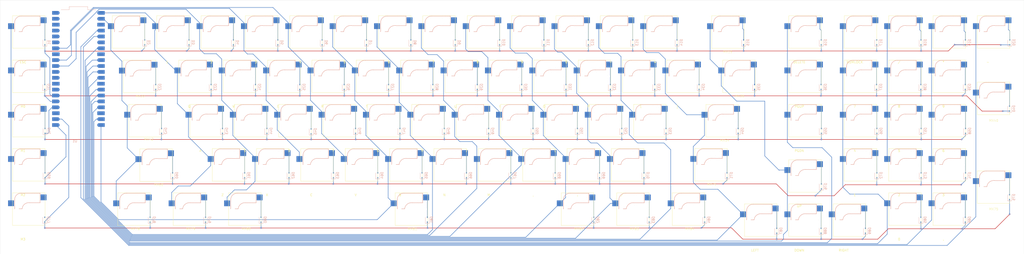
<source format=kicad_pcb>
(kicad_pcb (version 20240108) (generator "pcbnew") (generator_version "8.0")
  (layers (0 "F.Cu" signal) (31 "B.Cu" signal) (34 "B.Paste" user) (35 "F.Paste" user) (36 "B.SilkS" user "B.Silkscreen") (37 "F.SilkS" user "F.Silkscreen") (38 "B.Mask" user) (39 "F.Mask" user) (44 "Edge.Cuts" user))
  (net 0 "")
  (net 1 "Net-(D1-A)")
  (net 2 "ROW0")
  (net 3 "ROW1")
  (net 4 "Net-(D2-A)")
  (net 5 "Net-(D3-A)")
  (net 6 "ROW2")
  (net 7 "ROW3")
  (net 8 "Net-(D4-A)")
  (net 9 "ROW4")
  (net 10 "Net-(D5-A)")
  (net 11 "Net-(D6-A)")
  (net 12 "Net-(D7-A)")
  (net 13 "Net-(D8-A)")
  (net 14 "Net-(D9-A)")
  (net 15 "Net-(D10-A)")
  (net 16 "Net-(D11-A)")
  (net 17 "Net-(D12-A)")
  (net 18 "Net-(D13-A)")
  (net 19 "Net-(D14-A)")
  (net 20 "Net-(D15-A)")
  (net 21 "Net-(D16-A)")
  (net 22 "Net-(D17-A)")
  (net 23 "Net-(D18-A)")
  (net 24 "Net-(D19-A)")
  (net 25 "Net-(D20-A)")
  (net 26 "Net-(D21-A)")
  (net 27 "Net-(D22-A)")
  (net 28 "Net-(D23-A)")
  (net 29 "Net-(D24-A)")
  (net 30 "Net-(D25-A)")
  (net 31 "Net-(D26-A)")
  (net 32 "Net-(D27-A)")
  (net 33 "Net-(D28-A)")
  (net 34 "Net-(D29-A)")
  (net 35 "Net-(D30-A)")
  (net 36 "Net-(D31-A)")
  (net 37 "Net-(D32-A)")
  (net 38 "Net-(D33-A)")
  (net 39 "Net-(D34-A)")
  (net 40 "Net-(D35-A)")
  (net 41 "Net-(D36-A)")
  (net 42 "Net-(D37-A)")
  (net 43 "Net-(D38-A)")
  (net 44 "Net-(D39-A)")
  (net 45 "Net-(D40-A)")
  (net 46 "Net-(D41-A)")
  (net 47 "Net-(D42-A)")
  (net 48 "Net-(D43-A)")
  (net 49 "Net-(D44-A)")
  (net 50 "Net-(D45-A)")
  (net 51 "Net-(D46-A)")
  (net 52 "Net-(D47-A)")
  (net 53 "Net-(D48-A)")
  (net 54 "Net-(D49-A)")
  (net 55 "Net-(D50-A)")
  (net 56 "Net-(D51-A)")
  (net 57 "Net-(D52-A)")
  (net 58 "Net-(D53-A)")
  (net 59 "Net-(D54-A)")
  (net 60 "Net-(D55-A)")
  (net 61 "Net-(D56-A)")
  (net 62 "Net-(D57-A)")
  (net 63 "Net-(D58-A)")
  (net 64 "Net-(D59-A)")
  (net 65 "Net-(D60-A)")
  (net 66 "Net-(D61-A)")
  (net 67 "Net-(D62-A)")
  (net 68 "Net-(D63-A)")
  (net 69 "Net-(D64-A)")
  (net 70 "Net-(D65-A)")
  (net 71 "Net-(D66-A)")
  (net 72 "Net-(D67-A)")
  (net 73 "Net-(D68-A)")
  (net 74 "Net-(D69-A)")
  (net 75 "Net-(D70-A)")
  (net 76 "Net-(D71-A)")
  (net 77 "Net-(D72-A)")
  (net 78 "Net-(D73-A)")
  (net 79 "Net-(D74-A)")
  (net 80 "Net-(D75-A)")
  (net 81 "Net-(D76-A)")
  (net 82 "Net-(D77-A)")
  (net 83 "Net-(D78-A)")
  (net 84 "Net-(D79-A)")
  (net 85 "Net-(D80-A)")
  (net 86 "Net-(D81-A)")
  (net 87 "Net-(D82-A)")
  (net 88 "Net-(D83-A)")
  (net 89 "Net-(D84-A)")
  (net 90 "Net-(D85-A)")
  (net 91 "Net-(D86-A)")
  (net 92 "Net-(D87-A)")
  (net 93 "Net-(D88-A)")
  (net 94 "Net-(D89-A)")
  (net 95 "COL0")
  (net 96 "COL1")
  (net 97 "COL2")
  (net 98 "COL3")
  (net 99 "COL4")
  (net 100 "COL5")
  (net 101 "COL6")
  (net 102 "COL7")
  (net 103 "COL8")
  (net 104 "COL9")
  (net 105 "COL10")
  (net 106 "COL11")
  (net 107 "COL12")
  (net 108 "COL13")
  (net 109 "COL14")
  (net 110 "COL15")
  (net 111 "COL16")
  (net 112 "COL17")
  (net 113 "COL18")
  (net 114 "COL19")
  (footprint "PCBlib_keyboard:SW_Cherry_MX_1.00u_PCB" (layer "F.Cu") (at 263.97 189.49)
    (property "Reference" "MX48")
    (property "Value" "H")
  )
  (footprint "PCBlib_keyboard:SW_Cherry_MX_1.00u_PCB" (layer "F.Cu") (at 487.8075 151.39)
    (property "Reference" "MX19")
    (property "Value" "*")
  )
  (footprint "PCBlib_keyboard:SW_Cherry_MX_1.00u_PCB" (layer "F.Cu") (at 225.87 189.49)
    (property "Reference" "MX46")
    (property "Value" "F")
  )
  (footprint "PCBlib_keyboard:SW_Cherry_MX_1.00u_PCB" (layer "F.Cu") (at 354.4575 170.44)
    (property "Reference" "MX33")
    (property "Value" "[")
  )
  (footprint "PCBlib_keyboard:SW_Cherry_MX_1.00u_PCB" (layer "F.Cu") (at 468.7575 170.44)
    (property "Reference" "MX38")
    (property "Value" "8")
  )
  (footprint "PCBlib_keyboard:SW_Cherry_MX_2.25u_PCB" (layer "F.Cu") (at 147.79825 220.088)
    (property "Reference" "MX60")
    (property "Value" "SHIFT")
  )
  (footprint "PCBlib_keyboard:SW_Cherry_MX_1.00u_PCB" (layer "F.Cu") (at 425.895 170.44)
    (property "Reference" "MX36")
    (property "Value" "PGUP")
  )
  (footprint "PCBlib_keyboard:SW_Cherry_MX_1.00u_PCB" (layer "F.Cu") (at 163.9575 170.44)
    (property "Reference" "MX23")
    (property "Value" "Q")
  )
  (footprint "PCBlib_keyboard:SW_Cherry_MX_1.00u_PCB" (layer "F.Cu") (at 449.7075 189.49)
    (property "Reference" "MX56")
    (property "Value" "4")
  )
  (footprint "PCBlib_keyboard:SW_Cherry_MX_1.00u_PCB" (layer "F.Cu") (at 92.52 170.44)
    (property "Reference" "MX21")
    (property "Value" "M0")
  )
  (footprint "PCBlib_keyboard:SW_Cherry_MX_1.00u_PCB" (layer "F.Cu") (at 178.245 208.54)
    (property "Reference" "MX61")
    (property "Value" "Z")
  )
  (footprint "PCBlib_keyboard:SW_Cherry_MX_1.00u_PCB" (layer "F.Cu") (at 92.52 208.54)
    (property "Reference" "MX59")
    (property "Value" "M2")
  )
  (footprint "PCBlib_keyboard:SW_Cherry_MX_2.00u_Vertical_PCB" (layer "F.Cu") (at 506.8575 218.065)
    (property "Reference" "MX75")
    (property "Value" "ENTER")
  )
  (footprint "PCBlib_keyboard:SW_Cherry_MX_1.25u_PCB" (layer "F.Cu") (at 352.07625 227.59)
    (property "Reference" "MX83")
    (property "Value" "MENU")
  )
  (footprint "PCBlib_keyboard:SW_Cherry_MX_1.25u_PCB" (layer "F.Cu") (at 328.26375 227.59)
    (property "Reference" "MX82")
    (property "Value" "ALT")
  )
  (footprint "PCBlib_keyboard:SW_Cherry_MX_1.25u_PCB" (layer "F.Cu") (at 137.76375 227.59)
    (property "Reference" "MX78")
    (property "Value" "CTRL")
  )
  (footprint "PCBlib_keyboard:SW_Cherry_MX_1.00u_PCB" (layer "F.Cu") (at 230.6325 151.39)
    (property "Reference" "MX7")
    (property "Value" "5")
  )
  (footprint "PCBlib_keyboard:SW_Cherry_MX_1.00u_PCB" (layer "F.Cu") (at 425.895 151.39)
    (property "Reference" "MX16")
    (property "Value" "DELETE")
  )
  (footprint "PCBlib_keyboard:SW_Cherry_MX_1.00u_PCB" (layer "F.Cu") (at 168.72 189.49)
    (property "Reference" "MX43")
    (property "Value" "A")
  )
  (footprint "PCBlib_keyboard:SW_Cherry_MX_1.00u_PCB" (layer "F.Cu") (at 273.495 208.54)
    (property "Reference" "MX66")
    (property "Value" "N")
  )
  (footprint "PCBlib_keyboard:SW_Cherry_MX_1.00u_PCB" (layer "F.Cu") (at 425.895 189.49)
    (property "Reference" "MX55")
    (property "Value" "PGDN")
  )
  (footprint "PCBlib_keyboard:SW_Cherry_MX_1.00u_PCB" (layer "F.Cu") (at 187.77 189.49)
    (property "Reference" "MX44")
    (property "Value" "S")
  )
  (footprint "PCBlib_keyboard:SW_Cherry_MX_1.00u_PCB" (layer "F.Cu") (at 425.895 213.3025)
    (property "Reference" "MX76")
    (property "Value" "UP")
  )
  (footprint "PCBlib_keyboard:SW_Cherry_MX_2.75u_PCB" (layer "F.Cu") (at 385.31375 219.985)
    (property "Reference" "MX71")
    (property "Value" "SHIFT")
  )
  (footprint "PCBlib_keyboard:SW_Cherry_MX_1.00u_PCB" (layer "F.Cu") (at 468.7575 189.49)
    (property "Reference" "MX57")
    (property "Value" "5")
  )
  (footprint "PCBlib_keyboard:SW_Cherry_MX_1.00u_PCB" (layer "F.Cu") (at 487.8075 189.49)
    (property "Reference" "MX58")
    (property "Value" "6")
  )
  (footprint "PCBlib_keyboard:SW_Cherry_MX_2.25u_PCB" (layer "F.Cu") (at 390.87625 200.985)
    (property "Reference" "MX54")
    (property "Value" "ENTER")
  )
  (footprint "PCBlib_keyboard:SW_Cherry_MX_1.00u_PCB" (layer "F.Cu") (at 283.02 189.49)
    (property "Reference" "MX49")
    (property "Value" "J")
  )
  (footprint "PCBlib_keyboard:SW_Cherry_MX_1.00u_PCB" (layer "F.Cu") (at 297.3075 170.44)
    (property "Reference" "MX30")
    (property "Value" "I")
  )
  (footprint "PCBlib_keyboard:SW_Cherry_MX_1.00u_PCB" (layer "F.Cu") (at 506.8575 151.39)
    (property "Reference" "MX20")
    (property "Value" "-")
  )
  (footprint "PCBlib_keyboard:SW_Cherry_MX_1.75u_PCB" (layer "F.Cu") (at 144.07225 205.015)
    (property "Reference" "MX42")
    (property "Value" "CAPS LOCK")
  )
  (footprint "PCBlib_keyboard:SW_Cherry_MX_1.00u_PCB" (layer "F.Cu") (at 135.3825 151.39)
    (property "Reference" "MX2")
    (property "Value" "`")
  )
  (footprint "PCBlib_keyboard:SW_Cherry_MX_1.00u_PCB" (layer "F.Cu") (at 249.6825 151.39)
    (property "Reference" "MX8")
    (property "Value" "6")
  )
  (footprint "PCBlib_keyboard:SW_Cherry_MX_1.00u_PCB" (layer "F.Cu") (at 311.595 208.54)
    (property "Reference" "MX68")
    (property "Value" ",")
  )
  (footprint "PCBlib_keyboard:SW_Cherry_MX_2.00u_Vertical_PCB" (layer "F.Cu") (at 506.8575 179.965)
    (property "Reference" "MX40")
    (property "Value" "+")
  )
  (footprint "PCBlib_keyboard:SW_Cherry_MX_1.00u_PCB" (layer "F.Cu") (at 192.5325 151.39)
    (property "Reference" "MX5")
    (property "Value" "3")
  )
  (footprint "PCBlib_keyboard:SW_Cherry_MX_1.00u_PCB" (layer "F.Cu") (at 449.7075 151.39)
    (property "Reference" "MX17")
    (property "Value" "NUMLOCK")
  )
  (footprint "PCBlib_keyboard:SW_Cherry_MX_1.00u_PCB" (layer "F.Cu") (at 254.445 208.54)
    (property "Reference" "MX65")
    (property "Value" "B")
  )
  (footprint "PCBlib_keyboard:SW_Cherry_MX_1.00u_PCB" (layer "F.Cu") (at 268.7325 151.39)
    (property "Reference" "MX9")
    (property "Value" "7")
  )
  (footprint "PCBlib_keyboard:SW_Cherry_MX_1.00u_PCB" (layer "F.Cu") (at 316.3575 170.44)
    (property "Reference" "MX31")
    (property "Value" "O")
  )
  (footprint "PCBlib_keyboard:SW_Cherry_MX_1.00u_PCB" (layer "F.Cu") (at 292.545 208.54)
    (property "Reference" "MX67")
    (property "Value" "M")
  )
  (footprint "PCBlib_keyboard:SW_Cherry_MX_1.00u_PCB" (layer "F.Cu") (at 183.0075 170.44)
    (property "Reference" "MX24")
    (property "Value" "W")
  )
  (footprint "PCBlib_keyboard:SW_Cherry_MX_1.00u_PCB" (layer "F.Cu") (at 92.52 151.39)
    (property "Reference" "MX1")
    (property "Value" "ESC")
  )
  (footprint "PCBlib_keyboard:SW_Cherry_MX_1.00u_PCB" (layer "F.Cu") (at 202.0575 170.44)
    (property "Reference" "MX25")
    (property "Value" "E")
  )
  (footprint "PCBlib_keyboard:SW_Cherry_MX_1.00u_PCB" (layer "F.Cu") (at 335.4075 170.44)
    (property "Reference" "MX32")
    (property "Value" "P")
  )
  (footprint "PCBlib_keyboard:SW_Cherry_MX_1.00u_PCB" (layer "F.Cu") (at 240.1575 170.44)
    (property "Reference" "MX27")
    (property "Value" "T")
  )
  (footprint "PCBlib_keyboard:SW_Cherry_MX_1.00u_PCB" (layer "F.Cu") (at 468.7575 151.39)
    (property "Reference" "MX18")
    (property "Value" "/")
  )
  (footprint "PCBlib_keyboard:SW_Cherry_MX_1.00u_PCB" (layer "F.Cu") (at 363.9825 151.39)
    (property "Reference" "MX14")
    (property "Value" "=")
  )
  (footprint "PCBlib_keyboard:SW_Cherry_MX_1.00u_PCB" (layer "F.Cu") (at 444.945 232.3525)
    (property "Reference" "MX89")
    (property "Value" "RIGHT")
  )
  (footprint "PCBlib_keyboard:SW_Cherry_MX_1.25u_PCB" (layer "F.Cu") (at 375.88875 227.59)
    (property "Reference" "MX84")
    (property "Value" "CTRL")
  )
  (footprint "PCBlib_keyboard:SW_Cherry_MX_1.00u_PCB" (layer "F.Cu") (at 468.7575 227.59)
    (property "Reference" "MX85")
    (property "Value" "0")
  )
  (footprint "PCBlib_keyboard:SW_Cherry_MX_1.00u_PCB" (layer "F.Cu") (at 306.8325 151.39)
    (property "Reference" "MX11")
    (property "Value" "9")
  )
  (footprint "PCBlib_keyboard:SW_Cherry_MX_1.00u_PCB" (layer "F.Cu") (at 344.9325 151.39)
    (property "Reference" "MX13")
    (property "Value" "-")
  )
  (footprint "PCBlib_keyboard:SW_Cherry_MX_1.00u_PCB" (layer "F.Cu") (at 287.7825 151.39)
    (property "Reference" "MX10")
    (property "Value" "8")
  )
  (footprint "PCBlib_keyboard:SW_Cherry_MX_1.25u_PCB" (layer "F.Cu") (at 161.57625 227.59)
    (property "Reference" "MX79")
    (property "Value" "ALT")
  )
  (footprint "PCBlib_keyboard:SW_Cherry_MX_1.00u_PCB" (layer "F.Cu") (at 92.52 227.59)
    (property "Reference" "MX77")
    (property "Value" "M3")
  )
  (footprint "PCBlib_keyboard:SW_Cherry_MX_1.00u_PCB" (layer "F.Cu") (at 330.645 208.54)
    (property "Reference" "MX69")
    (property "Value" ".")
  )
  (footprint "PCBlib_keyboard:SW_Cherry_MX_1.00u_PCB" (layer "F.Cu") (at 449.7075 208.54)
    (property "Reference" "MX72")
    (property "Value" "1")
  )
  (footprint "PCBlib_keyboard:SW_Cherry_MX_1.00u_PCB" (layer "F.Cu") (at 206.82 189.49)
    (property "Reference" "MX45")
    (property "Value" "D")
  )
  (footprint "PCBlib_keyboard:SW_Cherry_MX_1.00u_PCB" (layer "F.Cu") (at 211.5825 151.39)
    (property "Reference" "MX6")
    (property "Value" "4")
  )
  (footprint "PCBlib_keyboard:SW_Cherry_MX_1.00u_PCB" (layer "F.Cu") (at 221.1075 170.44)
    (property "Reference" "MX26")
    (property "Value" "R")
  )
  (footprint "PCBlib_keyboard:SW_Cherry_MX_1.00u_PCB" (layer "F.Cu") (at 340.17 189.49)
    (property "Reference" "MX52")
    (property "Value" ";")
  )
  (footprint "PCBlib_keyboard:SW_Cherry_MX_1.00u_PCB" (layer "F.Cu") (at 349.695 208.54)
    (property "Reference" "MX70")
    (property "Value" "/")
  )
  (footprint "PCBlib_keyboard:SW_Cherry_MX_1.00u_PCB" (layer "F.Cu") (at 359.22 189.49)
    (property "Reference" "MX53")
    (property "Value" "'")
  )
  (footprint "PCBlib_keyboard:SW_Cherry_MX_1.00u_PCB" (layer "F.Cu") (at 235.395 208.54)
    (property "Reference" "MX64")
    (property "Value" "V")
  )
  (footprint "PCBlib_keyboard:SW_Cherry_MX_1.00u_PCB" (layer "F.Cu") (at 487.8075 227.59)
    (property "Reference" "MX86")
    (property "Value" ".")
  )
  (footprint "PCBlib_keyboard:SW_Cherry_MX_1.00u_PCB" (layer "F.Cu") (at 302.07 189.49)
    (property "Reference" "MX50")
    (property "Value" "K")
  )
  (footprint "PCBlib_keyboard:SW_Cherry_MX_1.00u_PCB" (layer "F.Cu") (at 373.5075 170.44)
    (property "Reference" "MX34")
    (property "Value" "]")
  )
  (footprint "PCBlib_keyboard:SW_Cherry_MX_1.00u_PCB" (layer "F.Cu") (at 325.8825 151.39)
    (property "Reference" "MX12")
    (property "Value" "0")
  )
  (footprint "PCBlib_keyboard:SW_Cherry_MX_1.00u_PCB" (layer "F.Cu") (at 244.92 189.49)
    (property "Reference" "MX47")
    (property "Value" "G")
  )
  (footprint "PCBlib_keyboard:SW_Cherry_MX_1.00u_PCB" (layer "F.Cu") (at 92.52 189.49)
    (property "Reference" "MX41")
    (property "Value" "M1")
  )
  (footprint "PCBlib_keyboard:SW_Cherry_MX_1.00u_PCB" (layer "F.Cu") (at 487.8075 208.54)
    (property "Reference" "MX74")
    (property "Value" "3")
  )
  (footprint "PCBlib_keyboard:SW_Cherry_MX_1.25u_PCB" (layer "F.Cu") (at 185.38875 227.59)
    (property "Reference" "MX80")
    (property "Value" "WIN")
  )
  (footprint "PCBlib_keyboard:SW_Cherry_MX_1.00u_PCB" (layer "F.Cu") (at 173.4825 151.39)
    (property "Reference" "MX4")
    (property "Value" "2")
  )
  (footprint "PCBlib_keyboard:SW_Cherry_MX_1.00u_PCB" (layer "F.Cu") (at 468.7575 208.54)
    (property "Reference" "MX73")
    (property "Value" "2")
  )
  (footprint "PCBlib_keyboard:SW_Cherry_MX_2.00u_PCB" (layer "F.Cu") (at 392.6575 163.885)
    (property "Reference" "MX15")
    (property "Value" "BACKSPACE")
  )
  (footprint "PCBlib_keyboard:SW_Cherry_MX_1.00u_PCB" (layer "F.Cu") (at 425.895 232.3525)
    (property "Reference" "MX88")
    (property "Value" "DOWN")
  )
  (footprint "PCBlib_keyboard:SW_Cherry_MX_1.50u_PCB" (layer "F.Cu") (at 140.42 170.485)
    (property "Reference" "MX22")
    (property "Value" "TAB")
  )
  (footprint "PCBlib_keyboard:SW_Cherry_MX_1.00u_PCB" (layer "F.Cu") (at 197.295 208.54)
    (property "Reference" "MX62")
    (property "Value" "X")
  )
  (footprint "PCBlib_keyboard:SW_Cherry_MX_1.00u_PCB" (layer "F.Cu") (at 321.12 189.49)
    (property "Reference" "MX51")
    (property "Value" "L")
  )
  (footprint "PCBlib_keyboard:SW_Cherry_MX_1.00u_PCB" (layer "F.Cu") (at 406.845 232.3525)
    (property "Reference" "MX87")
    (property "Value" "LEFT")
  )
  (footprint "PCBlib_keyboard:SW_Cherry_MX_1.50u_PCB" (layer "F.Cu") (at 397.7875 170.42)
    (property "Reference" "MX35")
    (property "Value" "\\")
  )
  (footprint "PCBlib_keyboard:SW_Cherry_MX_1.00u_PCB" (layer "F.Cu") (at 487.8075 170.44)
    (property "Reference" "MX39")
    (property "Value" "9")
  )
  (footprint "PCBlib_keyboard:SW_Cherry_MX_6.25u_PCB" (layer "F.Cu") (at 256.7925 227.125)
    (property "Reference" "MX81")
    (property "Value" "SPACE")
  )
  (footprint "PCBlib_keyboard:SW_Cherry_MX_1.00u_PCB" (layer "F.Cu") (at 154.4325 151.39)
    (property "Reference" "MX3")
    (property "Value" "1")
  )
  (footprint "PCBlib_keyboard:SW_Cherry_MX_1.00u_PCB" (layer "F.Cu") (at 278.2575 170.44)
    (property "Reference" "MX29")
    (property "Value" "U")
  )
  (footprint "PCBlib_keyboard:SW_Cherry_MX_1.00u_PCB" (layer "F.Cu") (at 449.7075 170.44)
    (property "Reference" "MX37")
    (property "Value" "7")
  )
  (footprint "PCBlib_keyboard:SW_Cherry_MX_1.00u_PCB" (layer "F.Cu") (at 216.345 208.54)
    (property "Reference" "MX63")
    (property "Value" "C")
  )
  (footprint "PCBlib_keyboard:SW_Cherry_MX_1.00u_PCB" (layer "F.Cu") (at 259.2075 170.44)
    (property "Reference" "MX28")
    (property "Value" "Y")
  )
  (footprint "Diode_SMD:D_SOD-323" (layer "B.Cu") (at 270.95 193.92 90)
    (property "Reference" "D48")
    (property "Value" "D_Small")
  )
  (footprint "Diode_SMD:D_SOD-323" (layer "B.Cu") (at 304.1875 175.02 90)
    (property "Reference" "D30")
    (property "Value" "D_Small")
  )
  (footprint "Diode_SMD:D_SOD-323" (layer "B.Cu") (at 266.0875 175.02 90)
    (property "Reference" "D28")
    (property "Value" "D_Small")
  )
  (footprint "Diode_SMD:D_SOD-323" (layer "B.Cu") (at 318.575 213.02 90)
    (property "Reference" "D68")
    (property "Value" "D_Small")
  )
  (footprint "Diode_SMD:D_SOD-323" (layer "B.Cu") (at 494.6875 175.02 90)
    (property "Reference" "D39")
    (property "Value" "D_Small")
  )
  (footprint "Diode_SMD:D_SOD-323" (layer "B.Cu") (at 232.85 193.92 90)
    (property "Reference" "D46")
    (property "Value" "D_Small")
  )
  (footprint "Diode_SMD:D_SOD-323" (layer "B.Cu") (at 332.8125 155.82 90)
    (property "Reference" "D12")
    (property "Value" "D_Small")
  )
  (footprint "Diode_SMD:D_SOD-323" (layer "B.Cu") (at 337.625 213.02 90)
    (property "Reference" "D69")
    (property "Value" "D_Small")
  )
  (footprint "Diode_SMD:D_SOD-323" (layer "B.Cu") (at 99.4 175.02 90)
    (property "Reference" "D21")
    (property "Value" "D_Small")
  )
  (footprint "Diode_SMD:D_SOD-323" (layer "B.Cu") (at 154.26875 213.02 90)
    (property "Reference" "D60")
    (property "Value" "D_Small")
  )
  (footprint "Diode_SMD:D_SOD-323" (layer "B.Cu") (at 192.26875 232.12 90)
    (property "Reference" "D80")
    (property "Value" "D_Small")
  )
  (footprint "Diode_SMD:D_SOD-323" (layer "B.Cu") (at 494.7875 193.92 90)
    (property "Reference" "D58")
    (property "Value" "D_Small")
  )
  (footprint "Diode_SMD:D_SOD-323" (layer "B.Cu") (at 432.875 193.92 90)
    (property "Reference" "D55")
    (property "Value" "D_Small")
  )
  (footprint "Diode_SMD:D_SOD-323" (layer "B.Cu") (at 494.7375 155.82 90)
    (property "Reference" "D19")
    (property "Value" "D_Small")
  )
  (footprint "Diode_SMD:D_SOD-323" (layer "B.Cu") (at 256.6125 155.82 90)
    (property "Reference" "D8")
    (property "Value" "D_Small")
  )
  (footprint "Diode_SMD:D_SOD-323" (layer "B.Cu") (at 194.75 193.92 90)
    (property "Reference" "D44")
    (property "Value" "D_Small")
  )
  (footprint "Diode_SMD:D_SOD-323" (layer "B.Cu") (at 285.1375 175.02 90)
    (property "Reference" "D29")
    (property "Value" "D_Small")
  )
  (footprint "Diode_SMD:D_SOD-323" (layer "B.Cu") (at 261.425 213.02 90)
    (property "Reference" "D65")
    (property "Value" "D_Small")
  )
  (footprint "Diode_SMD:D_SOD-323" (layer "B.Cu") (at 399.4875 155.82 90)
    (property "Reference" "D15")
    (property "Value" "D_Small")
  )
  (footprint "Diode_SMD:D_SOD-323" (layer "B.Cu") (at 475.6375 232.12 90)
    (property "Reference" "D85")
    (property "Value" "D_Small")
  )
  (footprint "Diode_SMD:D_SOD-323" (layer "B.Cu") (at 475.7375 193.92 90)
    (property "Reference" "D57")
    (property "Value" "D_Small")
  )
  (footprint "Diode_SMD:D_SOD-323" (layer "B.Cu") (at 392.39375 213.02 90)
    (property "Reference" "D71")
    (property "Value" "D_Small")
  )
  (footprint "Diode_SMD:D_SOD-323" (layer "B.Cu") (at 513.6875 184.32 90)
    (property "Reference" "D40")
    (property "Value" "D_Small")
  )
  (footprint "Diode_SMD:D_SOD-323" (layer "B.Cu") (at 361.3375 175.02 90)
    (property "Reference" "D33")
    (property "Value" "D_Small")
  )
  (footprint "Diode_SMD:D_SOD-323" (layer "B.Cu") (at 218.5125 155.82 90)
    (property "Reference" "D6")
    (property "Value" "D_Small")
  )
  (footprint "Diode_SMD:D_SOD-323" (layer "B.Cu") (at 494.6875 232.12 90)
    (property "Reference" "D86")
    (property "Value" "D_Small")
  )
  (footprint "Diode_SMD:D_SOD-323" (layer "B.Cu") (at 313.7625 155.82 90)
    (property "Reference" "D11")
    (property "Value" "D_Small")
  )
  (footprint "Diode_SMD:D_SOD-323" (layer "B.Cu") (at 432.825 155.82 90)
    (property "Reference" "D16")
    (property "Value" "D_Small")
  )
  (footprint "Diode_SMD:D_SOD-323" (layer "B.Cu") (at 175.7 193.92 90)
    (property "Reference" "D43")
    (property "Value" "D_Small")
  )
  (footprint "Diode_SMD:D_SOD-323" (layer "B.Cu") (at 432.775 175.02 90)
    (property "Reference" "D36")
    (property "Value" "D_Small")
  )
  (footprint "Diode_SMD:D_SOD-323" (layer "B.Cu") (at 432.875 217.7825 90)
    (property "Reference" "D76")
    (property "Value" "D_Small")
  )
  (footprint "Diode_SMD:D_SOD-323" (layer "B.Cu") (at 213.7875 194.12 90)
    (property "Reference" "D45")
    (property "Value" "D_Small")
  )
  (footprint "Diode_SMD:D_SOD-323" (layer "B.Cu") (at 180.4125 155.82 90)
    (property "Reference" "D4")
    (property "Value" "D_Small")
  )
  (footprint "Diode_SMD:D_SOD-323" (layer "B.Cu") (at 475.6375 175.02 90)
    (property "Reference" "D38")
    (property "Value" "D_Small")
  )
  (footprint "Diode_SMD:D_SOD-323" (layer "B.Cu") (at 294.7125 155.82 90)
    (property "Reference" "D10")
    (property "Value" "D_Small")
  )
  (footprint "Diode_SMD:D_SOD-323" (layer "B.Cu") (at 227.9875 175.02 90)
    (property "Reference" "D26")
    (property "Value" "D_Small")
  )
  (footprint "Diode_SMD:D_SOD-323" (layer "B.Cu") (at 356.675 213.02 90)
    (property "Reference" "D70")
    (property "Value" "D_Small")
  )
  (footprint "Diode_SMD:D_SOD-323" (layer "B.Cu") (at 275.6625 155.82 90)
    (property "Reference" "D9")
    (property "Value" "D_Small")
  )
  (footprint "Diode_SMD:D_SOD-323" (layer "B.Cu") (at 456.6875 213.02 90)
    (property "Reference" "D72")
    (property "Value" "D_Small")
  )
  (footprint "Diode_SMD:D_SOD-323" (layer "B.Cu") (at 290 193.92 90)
    (property "Reference" "D49")
    (property "Value" "D_Small")
  )
  (footprint "Diode_SMD:D_SOD-323" (layer "B.Cu") (at 147.025 175.02 90)
    (property "Reference" "D22")
    (property "Value" "D_Small")
  )
  (footprint "Diode_SMD:D_SOD-323" (layer "B.Cu") (at 456.6375 155.82 90)
    (property "Reference" "D17")
    (property "Value" "D_Small")
  )
  (footprint "Diode_SMD:D_SOD-323" (layer "B.Cu") (at 189.8875 175.02 90)
    (property "Reference" "D24")
    (property "Value" "D_Small")
  )
  (footprint "Diode_SMD:D_SOD-323" (layer "B.Cu") (at 358.95625 232.12 90)
    (property "Reference" "D83")
    (property "Value" "D_Small")
  )
  (footprint "Diode_SMD:D_SOD-323" (layer "B.Cu") (at 413.725 236.8825 90)
    (property "Reference" "D87")
    (property "Value" "D_Small")
  )
  (footprint "Diode_SMD:D_SOD-323" (layer "B.Cu") (at 142.3125 155.82 90)
    (property "Reference" "D2")
    (property "Value" "D_Small")
  )
  (footprint "Diode_SMD:D_SOD-323" (layer "B.Cu") (at 280.475 213.02 90)
    (property "Reference" "D66")
    (property "Value" "D_Small")
  )
  (footprint "Diode_SMD:D_SOD-323" (layer "B.Cu") (at 342.2875 175.02 90)
    (property "Reference" "D32")
    (property "Value" "D_Small")
  )
  (footprint "Diode_SMD:D_SOD-323" (layer "B.Cu") (at 370.9125 155.82 90)
    (property "Reference" "D14")
    (property "Value" "D_Small")
  )
  (footprint "Diode_SMD:D_SOD-323" (layer "B.Cu") (at 347.15 193.92 90)
    (property "Reference" "D52")
    (property "Value" "D_Small")
  )
  (footprint "Diode_SMD:D_SOD-323" (layer "B.Cu") (at 99.4 232.12 90)
    (property "Reference" "D77")
    (property "Value" "D_Small")
  )
  (footprint "Diode_SMD:D_SOD-323" (layer "B.Cu") (at 456.6875 193.92 90)
    (property "Reference" "D56")
    (property "Value" "D_Small")
  )
  (footprint "Diode_SMD:D_SOD-323" (layer "B.Cu") (at 251.9 193.92 90)
    (property "Reference" "D47")
    (property "Value" "D_Small")
  )
  (footprint "Diode_SMD:D_SOD-323" (layer "B.Cu") (at 309.05 193.92 90)
    (property "Reference" "D50")
    (property "Value" "D_Small")
  )
  (footprint "Diode_SMD:D_SOD-323" (layer "B.Cu") (at 242.375 213.02 90)
    (property "Reference" "D64")
    (property "Value" "D_Small")
  )
  (footprint "Diode_SMD:D_SOD-323" (layer "B.Cu") (at 323.2375 175.02 90)
    (property "Reference" "D31")
    (property "Value" "D_Small")
  )
  (footprint "Diode_SMD:D_SOD-323" (layer "B.Cu") (at 380.3875 175.02 90)
    (property "Reference" "D34")
    (property "Value" "D_Small")
  )
  (footprint "Diode_SMD:D_SOD-323" (layer "B.Cu") (at 168.45625 232.12 90)
    (property "Reference" "D79")
    (property "Value" "D_Small")
  )
  (footprint "Diode_SMD:D_SOD-323" (layer "B.Cu") (at 223.325 213.02 90)
    (property "Reference" "D63")
    (property "Value" "D_Small")
  )
  (footprint "Diode_SMD:D_SOD-323" (layer "B.Cu") (at 475.7375 213.02 90)
    (property "Reference" "D73")
    (property "Value" "D_Small")
  )
  (footprint "Diode_SMD:D_SOD-323" (layer "B.Cu") (at 366.2 193.92 90)
    (property "Reference" "D53")
    (property "Value" "D_Small")
  )
  (footprint "Diode_SMD:D_SOD-323" (layer "B.Cu") (at 404.2 175.02 90)
    (property "Reference" "D35")
    (property "Value" "D_Small")
  )
  (footprint "Diode_SMD:D_SOD-323" (layer "B.Cu") (at 185.225 213.02 90)
    (property "Reference" "D61")
    (property "Value" "D_Small")
  )
  (footprint "Diode_SMD:D_SOD-323" (layer "B.Cu") (at 263.70625 232.12 90)
    (property "Reference" "D81")
    (property "Value" "D_Small")
  )
  (footprint "Diode_SMD:D_SOD-323" (layer "B.Cu") (at 199.4625 155.82 90)
    (property "Reference" "D5")
    (property "Value" "D_Small")
  )
  (footprint "Diode_SMD:D_SOD-323" (layer "B.Cu") (at 99.45 155.82 90)
    (property "Reference" "D1")
    (property "Value" "D_Small")
  )
  (footprint "Diode_SMD:D_SOD-323" (layer "B.Cu") (at 451.825 236.8825 90)
    (property "Reference" "D89")
    (property "Value" "D_Small")
  )
  (footprint "Diode_SMD:D_SOD-323" (layer "B.Cu") (at 456.5875 175.02 90)
    (property "Reference" "D37")
    (property "Value" "D_Small")
  )
  (footprint "Diode_SMD:D_SOD-323" (layer "B.Cu") (at 494.7875 213.02 90)
    (property "Reference" "D74")
    (property "Value" "D_Small")
  )
  (footprint "Diode_SMD:D_SOD-323" (layer "B.Cu") (at 432.775 236.8825 90)
    (property "Reference" "D88")
    (property "Value" "D_Small")
  )
  (footprint "Diode_SMD:D_SOD-323" (layer "B.Cu") (at 237.5625 155.82 90)
    (property "Reference" "D7")
    (property "Value" "D_Small")
  )
  (footprint "Diode_SMD:D_SOD-323" (layer "B.Cu") (at 513.6875 222.42 90)
    (property "Reference" "D75")
    (property "Value" "D_Small")
  )
  (footprint "Diode_SMD:D_SOD-323" (layer "B.Cu") (at 170.8375 175.02 90)
    (property "Reference" "D23")
    (property "Value" "D_Small")
  )
  (footprint "Diode_SMD:D_SOD-323" (layer "B.Cu") (at 247.0375 175.02 90)
    (property "Reference" "D27")
    (property "Value" "D_Small")
  )
  (footprint "Diode_SMD:D_SOD-323" (layer "B.Cu") (at 204.275 213.02 90)
    (property "Reference" "D62")
    (property "Value" "D_Small")
  )
  (footprint "Diode_SMD:D_SOD-323" (layer "B.Cu") (at 161.3625 155.82 90)
    (property "Reference" "D3")
    (property "Value" "D_Small")
  )
  (footprint "Diode_SMD:D_SOD-323" (layer "B.Cu") (at 99.5 213.02 90)
    (property "Reference" "D59")
    (property "Value" "D_Small")
  )
  (footprint "Diode_SMD:D_SOD-323" (layer "B.Cu") (at 397.15625 193.92 90)
    (property "Reference" "D54")
    (property "Value" "D_Small")
  )
  (footprint "PCBlib_keyboard:MODULE_RASPBERRY_PI_PICO_W" (layer "B.Cu") (at 113.845 167.26 180)
    (property "Reference" "U1")
    (property "Value" "RASPBERRY_PI_PICO")
  )
  (footprint "Diode_SMD:D_SOD-323" (layer "B.Cu") (at 99.5 193.92 90)
    (property "Reference" "D41")
    (property "Value" "D_Small")
  )
  (footprint "Diode_SMD:D_SOD-323" (layer "B.Cu") (at 328.1 193.92 90)
    (property "Reference" "D51")
    (property "Value" "D_Small")
  )
  (footprint "Diode_SMD:D_SOD-323" (layer "B.Cu") (at 299.525 213.02 90)
    (property "Reference" "D67")
    (property "Value" "D_Small")
  )
  (footprint "Diode_SMD:D_SOD-323" (layer "B.Cu") (at 208.9375 175.02 90)
    (property "Reference" "D25")
    (property "Value" "D_Small")
  )
  (footprint "Diode_SMD:D_SOD-323" (layer "B.Cu") (at 149.50625 193.92 90)
    (property "Reference" "D42")
    (property "Value" "D_Small")
  )
  (footprint "Diode_SMD:D_SOD-323" (layer "B.Cu") (at 475.6875 155.82 90)
    (property "Reference" "D18")
    (property "Value" "D_Small")
  )
  (footprint "Diode_SMD:D_SOD-323" (layer "B.Cu") (at 144.64375 232.12 90)
    (property "Reference" "D78")
    (property "Value" "D_Small")
  )
  (footprint "Diode_SMD:D_SOD-323" (layer "B.Cu") (at 382.76875 232.12 90)
    (property "Reference" "D84")
    (property "Value" "D_Small")
  )
  (footprint "Diode_SMD:D_SOD-323" (layer "B.Cu") (at 351.8625 155.82 90)
    (property "Reference" "D13")
    (property "Value" "D_Small")
  )
  (footprint "Diode_SMD:D_SOD-323" (layer "B.Cu") (at 335.14375 232.12 90)
    (property "Reference" "D82")
    (property "Value" "D_Small")
  )
  (footprint "Diode_SMD:D_SOD-323" (layer "B.Cu") (at 513.7875 155.82 90)
    (property "Reference" "D20")
    (property "Value" "D_Small")
  )
  (gr_rect (start 80.1875 137.62) (end 519.8875 246.92) (stroke (width 0.05)) (fill none) (layer "Edge.Cuts"))
  (segment (start 99.45 154.77) (end 99.45 146.89) (width 0.2) (layer "B.Cu") (net 1))
  (segment (start 99.45 146.89) (end 98.87 146.31) (width 0.2) (layer "B.Cu") (net 1))
  (segment (start 160.3875 159.52) (end 179.4875 159.52) (width 0.2) (layer "F.Cu") (net 2))
  (segment (start 275.5875 159.52) (end 294.7875 159.52) (width 0.2) (layer "F.Cu") (net 2))
  (segment (start 487.3875 159.52) (end 490.0875 156.82) (width 0.2) (layer "F.Cu") (net 2))
  (segment (start 140.8875 159.62) (end 140.9875 159.52) (width 0.2) (layer "F.Cu") (net 2))
  (segment (start 475.6875 159.52) (end 487.3875 159.52) (width 0.2) (layer "F.Cu") (net 2))
  (segment (start 456.6875 159.52) (end 475.6875 159.52) (width 0.2) (layer "F.Cu") (net 2))
  (segment (start 218.5875 159.52) (end 237.5875 159.52) (width 0.2) (layer "F.Cu") (net 2))
  (segment (start 294.7875 159.52) (end 313.7875 159.52) (width 0.2) (layer "F.Cu") (net 2))
  (segment (start 140.9875 159.52) (end 160.3875 159.52) (width 0.2) (layer "F.Cu") (net 2))
  (segment (start 237.5875 159.52) (end 256.5875 159.52) (width 0.2) (layer "F.Cu") (net 2))
  (segment (start 432.7875 159.52) (end 456.6875 159.52) (width 0.2) (layer "F.Cu") (net 2))
  (segment (start 399.4875 159.52) (end 432.7875 159.52) (width 0.2) (layer "F.Cu") (net 2))
  (segment (start 332.7875 159.52) (end 351.8875 159.52) (width 0.2) (layer "F.Cu") (net 2))
  (segment (start 99.4875 159.62) (end 140.8875 159.62) (width 0.2) (layer "F.Cu") (net 2))
  (segment (start 370.8875 159.52) (end 399.4875 159.52) (width 0.2) (layer "F.Cu") (net 2))
  (segment (start 179.4875 159.52) (end 199.4875 159.52) (width 0.2) (layer "F.Cu") (net 2))
  (segment (start 509.7875 156.82) (end 509.8875 156.92) (width 0.2) (layer "F.Cu") (net 2))
  (segment (start 490.0875 156.82) (end 509.7875 156.82) (width 0.2) (layer "F.Cu") (net 2))
  (segment (start 313.7875 159.52) (end 332.7875 159.52) (width 0.2) (layer "F.Cu") (net 2))
  (segment (start 351.8875 159.52) (end 370.8875 159.52) (width 0.2) (layer "F.Cu") (net 2))
  (segment (start 199.4875 159.52) (end 218.5875 159.52) (width 0.2) (layer "F.Cu") (net 2))
  (segment (start 256.5875 159.52) (end 275.5875 159.52) (width 0.2) (layer "F.Cu") (net 2))
  (via (at 370.8875 159.52) (size 0.6) (drill 0.3) (layers "F.Cu" "B.Cu") (net 2))
  (via (at 218.5875 159.52) (size 0.6) (drill 0.3) (layers "F.Cu" "B.Cu") (net 2))
  (via (at 160.3875 159.52) (size 0.6) (drill 0.3) (layers "F.Cu" "B.Cu") (net 2))
  (via (at 490.0875 156.82) (size 0.6) (drill 0.3) (layers "F.Cu" "B.Cu") (net 2))
  (via (at 313.7875 159.52) (size 0.6) (drill 0.3) (layers "F.Cu" "B.Cu") (net 2))
  (via (at 456.6875 159.52) (size 0.6) (drill 0.3) (layers "F.Cu" "B.Cu") (net 2))
  (via (at 199.4875 159.52) (size 0.6) (drill 0.3) (layers "F.Cu" "B.Cu") (net 2))
  (via (at 332.7875 159.52) (size 0.6) (drill 0.3) (layers "F.Cu" "B.Cu") (net 2))
  (via (at 294.7875 159.52) (size 0.6) (drill 0.3) (layers "F.Cu" "B.Cu") (net 2))
  (via (at 275.5875 159.52) (size 0.6) (drill 0.3) (layers "F.Cu" "B.Cu") (net 2))
  (via (at 237.5875 159.52) (size 0.6) (drill 0.3) (layers "F.Cu" "B.Cu") (net 2))
  (via (at 256.5875 159.52) (size 0.6) (drill 0.3) (layers "F.Cu" "B.Cu") (net 2))
  (via (at 99.4875 159.62) (size 0.6) (drill 0.3) (layers "F.Cu" "B.Cu") (net 2))
  (via (at 399.4875 159.52) (size 0.6) (drill 0.3) (layers "F.Cu" "B.Cu") (net 2))
  (via (at 509.8875 156.92) (size 0.6) (drill 0.3) (layers "F.Cu" "B.Cu") (net 2))
  (via (at 432.7875 159.52) (size 0.6) (drill 0.3) (layers "F.Cu" "B.Cu") (net 2))
  (via (at 179.4875 159.52) (size 0.6) (drill 0.3) (layers "F.Cu" "B.Cu") (net 2))
  (via (at 475.6875 159.52) (size 0.6) (drill 0.3) (layers "F.Cu" "B.Cu") (net 2))
  (via (at 140.9875 159.52) (size 0.6) (drill 0.3) (layers "F.Cu" "B.Cu") (net 2))
  (via (at 351.8875 159.52) (size 0.6) (drill 0.3) (layers "F.Cu" "B.Cu") (net 2))
  (segment (start 332.8125 159.495) (end 332.7875 159.52) (width 0.2) (layer "B.Cu") (net 2))
  (segment (start 218.5125 159.445) (end 218.5875 159.52) (width 0.2) (layer "B.Cu") (net 2))
  (segment (start 101.5875 178.15) (end 102.1275 178.69) (width 0.2) (layer "B.Cu") (net 2))
  (segment (start 509.9375 156.87) (end 509.8875 156.92) (width 0.2) (layer "B.Cu") (net 2))
  (segment (start 237.5625 159.495) (end 237.5875 159.52) (width 0.2) (layer "B.Cu") (net 2))
  (segment (start 102.1275 178.69) (end 104.155 178.69) (width 0.2) (layer "B.Cu") (net 2))
  (segment (start 370.9125 159.495) (end 370.8875 159.52) (width 0.2) (layer "B.Cu") (net 2))
  (segment (start 199.4625 159.495) (end 199.4875 159.52) (width 0.2) (layer "B.Cu") (net 2))
  (segment (start 140.9875 159.52) (end 142.3125 158.195) (width 0.2) (layer "B.Cu") (net 2))
  (segment (start 161.3625 158.545) (end 161.3625 156.87) (width 0.2) (layer "B.Cu") (net 2))
  (segment (start 351.8625 159.495) (end 351.8875 159.52) (width 0.2) (layer "B.Cu") (net 2))
  (segment (start 490.1375 156.87) (end 490.0875 156.82) (width 0.2) (layer "B.Cu") (net 2))
  (segment (start 142.3125 158.195) (end 142.3125 156.87) (width 0.2) (layer "B.Cu") (net 2))
  (segment (start 101.5875 162.58) (end 101.5875 178.15) (width 0.2) (layer "B.Cu") (net 2))
  (segment (start 513.7875 156.87) (end 509.9375 156.87) (width 0.2) (layer "B.Cu") (net 2))
  (segment (start 494.7375 156.87) (end 490.1375 156.87) (width 0.2) (layer "B.Cu") (net 2))
  (segment (start 160.3875 159.52) (end 161.3625 158.545) (width 0.2) (layer "B.Cu") (net 2))
  (segment (start 99.4875 159.62) (end 99.4875 160.48) (width 0.2) (layer "B.Cu") (net 2))
  (segment (start 351.8625 156.87) (end 351.8625 159.495) (width 0.2) (layer "B.Cu") (net 2))
  (segment (start 179.4875 159.52) (end 179.4875 159.42) (width 0.2) (layer "B.Cu") (net 2))
  (segment (start 332.8125 156.87) (end 332.8125 159.495) (width 0.2) (layer "B.Cu") (net 2))
  (segment (start 456.6375 156.87) (end 456.6375 159.47) (width 0.2) (layer "B.Cu") (net 2))
  (segment (start 256.6125 159.495) (end 256.5875 159.52) (width 0.2) (layer "B.Cu") (net 2))
  (segment (start 275.6625 156.87) (end 275.6625 159.445) (width 0.2) (layer "B.Cu") (net 2))
  (segment (start 180.4125 158.495) (end 180.4125 156.87) (width 0.2) (layer "B.Cu") (net 2))
  (segment (start 99.4875 160.48) (end 101.5875 162.58) (width 0.2) (layer "B.Cu") (net 2))
  (segment (start 370.9125 156.87) (end 370.9125 159.495) (width 0.2) (layer "B.Cu") (net 2))
  (segment (start 275.6625 159.445) (end 275.5875 159.52) (width 0.2) (layer "B.Cu") (net 2))
  (segment (start 432.825 159.4825) (end 432.7875 159.52) (width 0.2) (layer "B.Cu") (net 2))
  (segment (start 294.7125 156.87) (end 294.7125 159.445) (width 0.2) (layer "B.Cu") (net 2))
  (segment (start 399.4875 156.87) (end 399.4875 159.52) (width 0.2) (layer "B.Cu") (net 2))
  (segment (start 432.825 156.87) (end 432.825 159.4825) (width 0.2) (layer "B.Cu") (net 2))
  (segment (start 179.4875 159.42) (end 180.4125 158.495) (width 0.2) (layer "B.Cu") (net 2))
  (segment (start 237.5625 156.87) (end 237.5625 159.495) (width 0.2) (layer "B.Cu") (net 2))
  (segment (start 313.7625 156.87) (end 313.7625 159.495) (width 0.2) (layer "B.Cu") (net 2))
  (segment (start 199.4625 156.87) (end 199.4625 159.495) (width 0.2) (layer "B.Cu") (net 2))
  (segment (start 475.6875 156.87) (end 475.6875 159.52) (width 0.2) (layer "B.Cu") (net 2))
  (segment (start 256.6125 156.87) (end 256.6125 159.495) (width 0.2) (layer "B.Cu") (net 2))
  (segment (start 99.45 159.5825) (end 99.4875 159.62) (width 0.2) (layer "B.Cu") (net 2))
  (segment (start 313.7625 159.495) (end 313.7875 159.52) (width 0.2) (layer "B.Cu") (net 2))
  (segment (start 218.5125 156.87) (end 218.5125 159.445) (width 0.2) (layer "B.Cu") (net 2))
  (segment (start 99.45 156.87) (end 99.45 159.5825) (width 0.2) (layer "B.Cu") (net 2))
  (segment (start 294.7125 159.445) (end 294.7875 159.52) (width 0.2) (layer "B.Cu") (net 2))
  (segment (start 456.6375 159.47) (end 456.6875 159.52) (width 0.2) (layer "B.Cu") (net 2))
  (segment (start 227.9875 178.82) (end 247.0875 178.82) (width 0.2) (layer "F.Cu") (net 3))
  (segment (start 266.0875 178.82) (end 285.0875 178.82) (width 0.2) (layer "F.Cu") (net 3))
  (segment (start 501.8875 185.42) (end 510.7875 185.42) (width 0.2) (layer "F.Cu") (net 3))
  (segment (start 493.4875 178.82) (end 495.2875 178.82) (width 0.2) (layer "F.Cu") (net 3))
  (segment (start 304.1875 178.82) (end 323.2875 178.82) (width 0.2) (layer "F.Cu") (net 3))
  (segment (start 208.8875 178.82) (end 227.9875 178.82) (width 0.2) (layer "F.Cu") (net 3))
  (segment (start 342.3875 178.82) (end 361.3875 178.82) (width 0.2) (layer "F.Cu") (net 3))
  (segment (start 146.9875 178.82) (end 170.7875 178.82) (width 0.2) (layer "F.Cu") (net 3))
  (segment (start 475.5875 178.82) (end 493.4875 178.82) (width 0.2) (layer "F.Cu") (net 3))
  (segment (start 247.0875 178.82) (end 266.0875 178.82) (width 0.2) (layer "F.Cu") (net 3))
  (segment (start 432.6875 178.82) (end 456.5875 178.82) (width 0.2) (layer "F.Cu") (net 3))
  (segment (start 189.8875 178.82) (end 208.8875 178.82) (width 0.2) (layer "F.Cu") (net 3))
  (segment (start 99.3875 178.82) (end 146.9875 178.82) (width 0.2) (layer "F.Cu") (net 3))
  (segment (start 323.2875 178.82) (end 342.3875 178.82) (width 0.2) (layer "F.Cu") (net 3))
  (segment (start 285.0875 178.82) (end 304.1875 178.82) (width 0.2) (layer "F.Cu") (net 3))
  (segment (start 495.2875 178.82) (end 501.8875 185.42) (width 0.2) (layer "F.Cu") (net 3))
  (segment (start 404.1875 178.82) (end 432.6875 178.82) (width 0.2) (layer "F.Cu") (net 3))
  (segment (start 361.3875 178.82) (end 380.3875 178.82) (width 0.2) (layer "F.Cu") (net 3))
  (segment (start 170.7875 178.82) (end 189.8875 178.82) (width 0.2) (layer "F.Cu") (net 3))
  (segment (start 456.5875 178.82) (end 475.5875 178.82) (width 0.2) (layer "F.Cu") (net 3))
  (segment (start 380.3875 178.82) (end 404.1875 178.82) (width 0.2) (layer "F.Cu") (net 3))
  (via (at 510.7875 185.42) (size 0.6) (drill 0.3) (layers "F.Cu" "B.Cu") (net 3))
  (via (at 380.3875 178.82) (size 0.6) (drill 0.3) (layers "F.Cu" "B.Cu") (net 3))
  (via (at 456.5875 178.82) (size 0.6) (drill 0.3) (layers "F.Cu" "B.Cu") (net 3))
  (via (at 361.3875 178.82) (size 0.6) (drill 0.3) (layers "F.Cu" "B.Cu") (net 3))
  (via (at 99.3875 178.82) (size 0.6) (drill 0.3) (layers "F.Cu" "B.Cu") (net 3))
  (via (at 304.1875 178.82) (size 0.6) (drill 0.3) (layers "F.Cu" "B.Cu") (net 3))
  (via (at 266.0875 178.82) (size 0.6) (drill 0.3) (layers "F.Cu" "B.Cu") (net 3))
  (via (at 323.2875 178.82) (size 0.6) (drill 0.3) (layers "F.Cu" "B.Cu") (net 3))
  (via (at 432.6875 178.82) (size 0.6) (drill 0.3) (layers "F.Cu" "B.Cu") (net 3))
  (via (at 227.9875 178.82) (size 0.6) (drill 0.3) (layers "F.Cu" "B.Cu") (net 3))
  (via (at 170.7875 178.82) (size 0.6) (drill 0.3) (layers "F.Cu" "B.Cu") (net 3))
  (via (at 285.0875 178.82) (size 0.6) (drill 0.3) (layers "F.Cu" "B.Cu") (net 3))
  (via (at 342.3875 178.82) (size 0.6) (drill 0.3) (layers "F.Cu" "B.Cu") (net 3))
  (via (at 404.1875 178.82) (size 0.6) (drill 0.3) (layers "F.Cu" "B.Cu") (net 3))
  (via (at 208.8875 178.82) (size 0.6) (drill 0.3) (layers "F.Cu" "B.Cu") (net 3))
  (via (at 189.8875 178.82) (size 0.6) (drill 0.3) (layers "F.Cu" "B.Cu") (net 3))
  (via (at 493.4875 178.82) (size 0.6) (drill 0.3) (layers "F.Cu" "B.Cu") (net 3))
  (via (at 146.9875 178.82) (size 0.6) (drill 0.3) (layers "F.Cu" "B.Cu") (net 3))
  (via (at 247.0875 178.82) (size 0.6) (drill 0.3) (layers "F.Cu" "B.Cu") (net 3))
  (via (at 475.5875 178.82) (size 0.6) (drill 0.3) (layers "F.Cu" "B.Cu") (net 3))
  (segment (start 304.1875 176.07) (end 304.1875 178.82) (width 0.2) (layer "B.Cu") (net 3))
  (segment (start 147.025 176.07) (end 147.025 178.7825) (width 0.2) (layer "B.Cu") (net 3))
  (segment (start 475.6375 178.77) (end 475.5875 178.82) (width 0.2) (layer "B.Cu") (net 3))
  (segment (start 101.7975 181.23) (end 104.155 181.23) (width 0.2) (layer "B.Cu") (net 3))
  (segment (start 323.2375 178.77) (end 323.2875 178.82) (width 0.2) (layer "B.Cu") (net 3))
  (segment (start 266.0875 176.07) (end 266.0875 178.82) (width 0.2) (layer "B.Cu") (net 3))
  (segment (start 432.775 178.7325) (end 432.6875 178.82) (width 0.2) (layer "B.Cu") (net 3))
  (segment (start 208.9375 176.07) (end 208.9375 178.77) (width 0.2) (layer "B.Cu") (net 3))
  (segment (start 323.2375 176.07) (end 323.2375 178.77) (width 0.2) (layer "B.Cu") (net 3))
  (segment (start 510.8375 185.37) (end 513.6875 185.37) (width 0.2) (layer "B.Cu") (net 3))
  (segment (start 342.2875 178.72) (end 342.3875 178.82) (width 0.2) (layer "B.Cu") (net 3))
  (segment (start 99.4 176.07) (end 99.4 178.8075) (width 0.2) (layer "B.Cu") (net 3))
  (segment (start 404.2 176.07) (end 404.2 178.8075) (width 0.2) (layer "B.Cu") (net 3))
  (segment (start 99.3875 178.82) (end 101.7975 181.23) (width 0.2) (layer "B.Cu") (net 3))
  (segment (start 361.3375 178.77) (end 361.3875 178.82) (width 0.2) (layer "B.Cu") (net 3))
  (segment (start 456.5875 176.07) (end 456.5875 178.82) (width 0.2) (layer "B.Cu") (net 3))
  (segment (start 493.4875 178.82) (end 494.6875 177.62) (width 0.2) (layer "B.Cu") (net 3))
  (segment (start 285.1375 176.07) (end 285.1375 178.77) (width 0.2) (layer "B.Cu") (net 3))
  (segment (start 227.9875 176.07) (end 227.9875 178.82) (width 0.2) (layer "B.Cu") (net 3))
  (segment (start 170.8375 178.77) (end 170.7875 178.82) (width 0.2) (layer "B.Cu") (net 3))
  (segment (start 510.7875 185.42) (end 510.8375 185.37) (width 0.2) (layer "B.Cu") (net 3))
  (segment (start 475.6375 176.07) (end 475.6375 178.77) (width 0.2) (layer "B.Cu") (net 3))
  (segment (start 342.2875 176.07) (end 342.2875 178.72) (width 0.2) (layer "B.Cu") (net 3))
  (segment (start 247.0375 178.77) (end 247.0875 178.82) (width 0.2) (layer "B.Cu") (net 3))
  (segment (start 189.8875 176.07) (end 189.8875 178.82) (width 0.2) (layer "B.Cu") (net 3))
  (segment (start 361.3375 176.07) (end 361.3375 178.77) (width 0.2) (layer "B.Cu") (net 3))
  (segment (start 380.3875 176.07) (end 380.3875 178.82) (width 0.2) (layer "B.Cu") (net 3))
  (segment (start 99.4 178.8075) (end 99.3875 178.82) (width 0.2) (layer "B.Cu") (net 3))
  (segment (start 404.2 178.8075) (end 404.1875 178.82) (width 0.2) (layer "B.Cu") (net 3))
  (segment (start 147.025 178.7825) (end 146.9875 178.82) (width 0.2) (layer "B.Cu") (net 3))
  (segment (start 208.9375 178.77) (end 208.8875 178.82) (width 0.2) (layer "B.Cu") (net 3))
  (segment (start 247.0375 176.07) (end 247.0375 178.77) (width 0.2) (layer "B.Cu") (net 3))
  (segment (start 432.775 176.07) (end 432.775 178.7325) (width 0.2) (layer "B.Cu") (net 3))
  (segment (start 494.6875 177.62) (end 494.6875 176.07) (width 0.2) (layer "B.Cu") (net 3))
  (segment (start 285.1375 178.77) (end 285.0875 178.82) (width 0.2) (layer "B.Cu") (net 3))
  (segment (start 170.8375 176.07) (end 170.8375 178.77) (width 0.2) (layer "B.Cu") (net 3))
  (segment (start 142.3125 146.89) (end 141.7325 146.31) (width 0.2) (layer "B.Cu") (net 4))
  (segment (start 142.3125 154.77) (end 142.3125 146.89) (width 0.2) (layer "B.Cu") (net 4))
  (segment (start 161.3625 146.89) (end 160.7825 146.31) (width 0.2) (layer "B.Cu") (net 5))
  (segment (start 161.3625 154.77) (end 161.3625 146.89) (width 0.2) (layer "B.Cu") (net 5))
  (segment (start 456.7875 197.62) (end 475.7875 197.62) (width 0.2) (layer "F.Cu") (net 6))
  (segment (start 232.8875 197.62) (end 251.8875 197.62) (width 0.2) (layer "F.Cu") (net 6))
  (segment (start 149.4875 197.62) (end 175.7875 197.62) (width 0.2) (layer "F.Cu") (net 6))
  (segment (start 289.9875 197.62) (end 309.0875 197.62) (width 0.2) (layer "F.Cu") (net 6))
  (segment (start 194.7875 197.62) (end 213.7875 197.62) (width 0.2) (layer "F.Cu") (net 6))
  (segment (start 309.0875 197.62) (end 328.0875 197.62) (width 0.2) (layer "F.Cu") (net 6))
  (segment (start 251.8875 197.62) (end 270.9875 197.62) (width 0.2) (layer "F.Cu") (net 6))
  (segment (start 270.9875 197.62) (end 289.9875 197.62) (width 0.2) (layer "F.Cu") (net 6))
  (segment (start 99.4875 197.62) (end 149.4875 197.62) (width 0.2) (layer "F.Cu") (net 6))
  (segment (start 328.0875 197.62) (end 347.1875 197.62) (width 0.2) (layer "F.Cu") (net 6))
  (segment (start 475.7875 197.62) (end 493.0875 197.62) (width 0.2) (layer "F.Cu") (net 6))
  (segment (start 175.7875 197.62) (end 194.7875 197.62) (width 0.2) (layer "F.Cu") (net 6))
  (segment (start 347.1875 197.62) (end 366.1875 197.62) (width 0.2) (layer "F.Cu") (net 6))
  (segment (start 366.1875 197.62) (end 397.1875 197.62) (width 0.2) (layer "F.Cu") (net 6))
  (segment (start 213.7875 197.62) (end 232.8875 197.62) (width 0.2) (layer "F.Cu") (net 6))
  (segment (start 432.8875 197.62) (end 456.7875 197.62) (width 0.2) (layer "F.Cu") (net 6))
  (segment (start 397.1875 197.62) (end 432.8875 197.62) (width 0.2) (layer "F.Cu") (net 6))
  (via (at 397.1875 197.62) (size 0.6) (drill 0.3) (layers "F.Cu" "B.Cu") (net 6))
  (via (at 99.4875 197.62) (size 0.6) (drill 0.3) (layers "F.Cu" "B.Cu") (net 6))
  (via (at 175.7875 197.62) (size 0.6) (drill 0.3) (layers "F.Cu" "B.Cu") (net 6))
  (via (at 194.7875 197.62) (size 0.6) (drill 0.3) (layers "F.Cu" "B.Cu") (net 6))
  (via (at 366.1875 197.62) (size 0.6) (drill 0.3) (layers "F.Cu" "B.Cu") (net 6))
  (via (at 149.4875 197.62) (size 0.6) (drill 0.3) (layers "F.Cu" "B.Cu") (net 6))
  (via (at 456.7875 197.62) (size 0.6) (drill 0.3) (layers "F.Cu" "B.Cu") (net 6))
  (via (at 270.9875 197.62) (size 0.6) (drill 0.3) (layers "F.Cu" "B.Cu") (net 6))
  (via (at 328.0875 197.62) (size 0.6) (drill 0.3) (layers "F.Cu" "B.Cu") (net 6))
  (via (at 309.0875 197.62) (size 0.6) (drill 0.3) (layers "F.Cu" "B.Cu") (net 6))
  (via (at 289.9875 197.62) (size 0.6) (drill 0.3) (layers "F.Cu" "B.Cu") (net 6))
  (via (at 251.8875 197.62) (size 0.6) (drill 0.3) (layers "F.Cu" "B.Cu") (net 6))
  (via (at 232.8875 197.62) (size 0.6) (drill 0.3) (layers "F.Cu" "B.Cu") (net 6))
  (via (at 347.1875 197.62) (size 0.6) (drill 0.3) (layers "F.Cu" "B.Cu") (net 6))
  (via (at 213.7875 197.62) (size 0.6) (drill 0.3) (layers "F.Cu" "B.Cu") (net 6))
  (via (at 432.8875 197.62) (size 0.6) (drill 0.3) (layers "F.Cu" "B.Cu") (net 6))
  (via (at 475.7875 197.62) (size 0.6) (drill 0.3) (layers "F.Cu" "B.Cu") (net 6))
  (via (at 493.0875 197.62) (size 0.6) (drill 0.3) (layers "F.Cu" "B.Cu") (net 6))
  (segment (start 251.9 194.97) (end 251.9 197.6075) (width 0.2) (layer "B.Cu") (net 6))
  (segment (start 347.15 197.5825) (end 347.1875 197.62) (width 0.2) (layer "B.Cu") (net 6))
  (segment (start 397.15625 194.97) (end 397.15625 197.58875) (width 0.2) (layer "B.Cu") (net 6))
  (segment (start 194.75 197.5825) (end 194.7875 197.62) (width 0.2) (layer "B.Cu") (net 6))
  (segment (start 494.7875 195.92) (end 494.7875 194.97) (width 0.2) (layer "B.Cu") (net 6))
  (segment (start 328.1 197.6075) (end 328.0875 197.62) (width 0.2) (layer "B.Cu") (net 6))
  (segment (start 366.2 197.6075) (end 366.1875 197.62) (width 0.2) (layer "B.Cu") (net 6))
  (segment (start 493.0875 197.62) (end 494.7875 195.92) (width 0.2) (layer "B.Cu") (net 6))
  (segment (start 99.5 197.6075) (end 99.4875 197.62) (width 0.2) (layer "B.Cu") (net 6))
  (segment (start 194.75 194.97) (end 194.75 197.5825) (width 0.2) (layer "B.Cu") (net 6))
  (segment (start 290 194.97) (end 290 197.6075) (width 0.2) (layer "B.Cu") (net 6))
  (segment (start 175.7 194.97) (end 175.7 197.5325) (width 0.2) (layer "B.Cu") (net 6))
  (segment (start 251.9 197.6075) (end 251.8875 197.62) (width 0.2) (layer "B.Cu") (net 6))
  (segment (start 270.95 194.97) (end 270.95 197.5825) (width 0.2) (layer "B.Cu") (net 6))
  (segment (start 397.15625 197.58875) (end 397.1875 197.62) (width 0.2) (layer "B.Cu") (net 6))
  (segment (start 101.1775 194.57) (end 101.1775 185.1325) (width 0.2) (layer "B.Cu") (net 6))
  (segment (start 270.95 197.5825) (end 270.9875 197.62) (width 0.2) (layer "B.Cu") (net 6))
  (segment (start 232.85 197.5825) (end 232.8875 197.62) (width 0.2) (layer "B.Cu") (net 6))
  (segment (start 149.50625 194.97) (end 149.50625 197.60125) (width 0.2) (layer "B.Cu") (net 6))
  (segment (start 99.5 194.97) (end 99.5 197.6075) (width 0.2) (layer "B.Cu") (net 6))
  (segment (start 475.7375 197.57) (end 475.7875 197.62) (width 0.2) (layer "B.Cu") (net 6))
  (segment (start 456.6875 197.52) (end 456.7875 197.62) (width 0.2) (layer "B.Cu") (net 6))
  (segment (start 213.7875 195.17) (end 213.7875 197.62) (width 0.2) (layer "B.Cu") (net 6))
  (segment (start 432.875 194.97) (end 432.875 197.6075) (width 0.2) (layer "B.Cu") (net 6))
  (segment (start 309.05 197.5825) (end 309.0875 197.62) (width 0.2) (layer "B.Cu") (net 6))
  (segment (start 347.15 194.97) (end 347.15 197.5825) (width 0.2) (layer "B.Cu") (net 6))
  (segment (start 149.50625 197.60125) (end 149.4875 197.62) (width 0.2) (layer "B.Cu") (net 6))
  (segment (start 99.5 194.97) (end 100.7775 194.97) (width 0.2) (layer "B.Cu") (net 6))
  (segment (start 309.05 194.97) (end 309.05 197.5825) (width 0.2) (layer "B.Cu") (net 6))
  (segment (start 366.2 194.97) (end 366.2 197.6075) (width 0.2) (layer "B.Cu") (net 6))
  (segment (start 175.7 197.5325) (end 175.7875 197.62) (width 0.2) (layer "B.Cu") (net 6))
  (segment (start 102.54 183.77) (end 104.155 183.77) (width 0.2) (layer "B.Cu") (net 6))
  (segment (start 432.875 197.6075) (end 432.8875 197.62) (width 0.2) (layer "B.Cu") (net 6))
  (segment (start 232.85 194.97) (end 232.85 197.5825) (width 0.2) (layer "B.Cu") (net 6))
  (segment (start 100.7775 194.97) (end 101.1775 194.57) (width 0.2) (layer "B.Cu") (net 6))
  (segment (start 456.6875 194.97) (end 456.6875 197.52) (width 0.2) (layer "B.Cu") (net 6))
  (segment (start 290 197.6075) (end 289.9875 197.62) (width 0.2) (layer "B.Cu") (net 6))
  (segment (start 475.7375 194.97) (end 475.7375 197.57) (width 0.2) (layer "B.Cu") (net 6))
  (segment (start 328.1 194.97) (end 328.1 197.6075) (width 0.2) (layer "B.Cu") (net 6))
  (segment (start 101.1775 185.1325) (end 102.54 183.77) (width 0.2) (layer "B.Cu") (net 6))
  (segment (start 418.5775 221.77) (end 430.2675 221.77) (width 0.2) (layer "F.Cu") (net 7))
  (segment (start 492.9275 217.06) (end 492.9375 217.05) (width 0.2) (layer "F.Cu") (net 7))
  (segment (start 204.1275 216.72) (end 223.2775 216.72) (width 0.2) (layer "F.Cu") (net 7))
  (segment (start 154.2775 216.72) (end 185.1575 216.72) (width 0.2) (layer "F.Cu") (net 7))
  (segment (start 413.5275 216.72) (end 418.5775 221.77) (width 0.2) (layer "F.Cu") (net 7))
  (segment (start 99.5075 216.72) (end 154.2775 216.72) (width 0.2) (layer "F.Cu") (net 7))
  (segment (start 438.3775 221.81) (end 443.1275 217.06) (width 0.2) (layer "F.Cu") (net 7))
  (segment (start 456.6575 217.06) (end 475.6375 217.06) (width 0.2) (layer "F.Cu") (net 7))
  (segment (start 261.4675 216.72) (end 280.4675 216.72) (width 0.2) (layer "F.Cu") (net 7))
  (segment (start 318.5875 216.72) (end 337.6275 216.72) (width 0.2) (layer "F.Cu") (net 7))
  (segment (start 185.1575 216.72) (end 204.1275 216.72) (width 0.2) (layer "F.Cu") (net 7))
  (segment (start 390.6675 216.72) (end 413.5275 216.72) (width 0.2) (layer "F.Cu") (net 7))
  (segment (start 242.2775 216.72) (end 261.4675 216.72) (width 0.2) (layer "F.Cu") (net 7))
  (segment (start 475.6375 217.06) (end 492.9275 217.06) (width 0.2) (layer "F.Cu") (net 7))
  (segment (start 337.6275 216.72) (end 356.6975 216.72) (width 0.2) (layer "F.Cu") (net 7))
  (segment (start 430.2675 221.77) (end 430.3075 221.81) (width 0.2) (layer "F.Cu") (net 7))
  (segment (start 430.3075 221.81) (end 438.3775 221.81) (width 0.2) (layer "F.Cu") (net 7))
  (segment (start 299.5075 216.72) (end 318.5875 216.72) (width 0.2) (layer "F.Cu") (net 7))
  (segment (start 443.1275 217.06) (end 456.6575 217.06) (width 0.2) (layer "F.Cu") (net 7))
  (segment (start 223.2775 216.72) (end 242.2775 216.72) (width 0.2) (layer "F.Cu") (net 7))
  (segment (start 356.6975 216.72) (end 390.6675 216.72) (width 0.2) (layer "F.Cu") (net 7))
  (segment (start 280.4675 216.72) (end 299.5075 216.72) (width 0.2) (layer "F.Cu") (net 7))
  (via (at 337.6275 216.72) (size 0.6) (drill 0.3) (layers "F.Cu" "B.Cu") (net 7))
  (via (at 185.1575 216.72) (size 0.6) (drill 0.3) (layers "F.Cu" "B.Cu") (net 7))
  (via (at 356.6975 216.72) (size 0.6) (drill 0.3) (layers "F.Cu" "B.Cu") (net 7))
  (via (at 492.9375 217.05) (size 0.6) (drill 0.3) (layers "F.Cu" "B.Cu") (net 7))
  (via (at 223.2775 216.72) (size 0.6) (drill 0.3) (layers "F.Cu" "B.Cu") (net 7))
  (via (at 456.6575 217.06) (size 0.6) (drill 0.3) (layers "F.Cu" "B.Cu") (net 7))
  (via (at 99.5075 216.72) (size 0.6) (drill 0.3) (layers "F.Cu" "B.Cu") (net 7))
  (via (at 242.2775 216.72) (size 0.6) (drill 0.3) (layers "F.Cu" "B.Cu") (net 7))
  (via (at 154.2775 216.72) (size 0.6) (drill 0.3) (layers "F.Cu" "B.Cu") (net 7))
  (via (at 390.6675 216.72) (size 0.6) (drill 0.3) (layers "F.Cu" "B.Cu") (net 7))
  (via (at 280.4675 216.72) (size 0.6) (drill 0.3) (layers "F.Cu" "B.Cu") (net 7))
  (via (at 318.5875 216.72) (size 0.6) (drill 0.3) (layers "F.Cu" "B.Cu") (net 7))
  (via (at 475.6375 217.06) (size 0.6) (drill 0.3) (layers "F.Cu" "B.Cu") (net 7))
  (via (at 261.4675 216.72) (size 0.6) (drill 0.3) (layers "F.Cu" "B.Cu") (net 7))
  (via (at 430.3075 221.81) (size 0.6) (drill 0.3) (layers "F.Cu" "B.Cu") (net 7))
  (via (at 299.5075 216.72) (size 0.6) (drill 0.3) (layers "F.Cu" "B.Cu") (net 7))
  (via (at 204.1275 216.72) (size 0.6) (drill 0.3) (layers "F.Cu" "B.Cu") (net 7))
  (segment (start 318.575 216.7075) (end 318.5875 216.72) (width 0.2) (layer "B.Cu") (net 7))
  (segment (start 390.6675 216.72) (end 392.39375 214.99375) (width 0.2) (layer "B.Cu") (net 7))
  (segment (start 337.625 216.7175) (end 337.6275 216.72) (width 0.2) (layer "B.Cu") (net 7))
  (segment (start 99.5 214.07) (end 99.5 216.7125) (width 0.2) (layer "B.Cu") (net 7))
  (segment (start 99.5 216.7125) (end 99.5075 216.72) (width 0.2) (layer "B.Cu") (net 7))
  (segment (start 223.325 216.6725) (end 223.2775 216.72) (width 0.2) (layer "B.Cu") (net 7))
  (segment (start 475.7375 216.96) (end 475.6375 217.06) (width 0.2) (layer "B.Cu") (net 7))
  (segment (start 242.375 214.07) (end 242.375 216.6225) (width 0.2) (layer "B.Cu") (net 7))
  (segment (start 356.675 216.6975) (end 356.6975 216.72) (width 0.2) (layer "B.Cu") (net 7))
  (segment (start 356.675 214.07) (end 356.675 216.6975) (width 0.2) (layer "B.Cu") (net 7))
  (segment (start 154.26875 216.71125) (end 154.2775 216.72) (width 0.2) (layer "B.Cu") (net 7))
  (segment (start 299.525 214.07) (end 299.525 216.7025) (width 0.2) (layer "B.Cu") (net 7))
  (segment (start 108.4975 205.0725) (end 108.4975 195.7325) (width 0.2) (layer "B.Cu") (net 7))
  (segment (start 475.7375 214.07) (end 475.7375 216.96) (width 0.2) (layer "B.Cu") (net 7))
  (segment (start 299.525 216.7025) (end 299.5075 216.72) (width 0.2) (layer "B.Cu") (net 7))
  (segment (start 456.6875 214.07) (end 456.6875 217.03) (width 0.2) (layer "B.Cu") (net 7))
  (segment (start 280.475 214.07) (end 280.475 216.7125) (width 0.2) (layer "B.Cu") (net 7))
  (segment (start 492.9375 217.05) (end 494.7875 215.2) (width 0.2) (layer "B.Cu") (net 7))
  (segment (start 108.4975 195.7325) (end 104.155 191.39) (width 0.2) (layer "B.Cu") (net 7))
  (segment (start 432.875 219.2425) (end 432.875 218.8325) (width 0.2) (layer "B.Cu") (net 7))
  (segment (start 392.39375 214.99375) (end 392.39375 214.07) (width 0.2) (layer "B.Cu") (net 7))
  (segment (start 261.425 216.6775) (end 261.4675 216.72) (width 0.2) (layer "B.Cu") (net 7))
  (segment (start 204.275 214.07) (end 204.275 216.5725) (width 0.2) (layer "B.Cu") (net 7))
  (segment (start 337.625 214.07) (end 337.625 216.7175) (width 0.2) (layer "B.Cu") (net 7))
  (segment (start 280.475 216.7125) (end 280.4675 216.72) (width 0.2) (layer "B.Cu") (net 7))
  (segment (start 494.7875 215.2) (end 494.7875 214.07) (width 0.2) (layer "B.Cu") (net 7))
  (segment (start 99.5 214.07) (end 108.4975 205.0725) (width 0.2) (layer "B.Cu") (net 7))
  (segment (start 185.225 214.07) (end 185.225 216.6525) (width 0.2) (layer "B.Cu") (net 7))
  (segment (start 261.425 214.07) (end 261.425 216.6775) (width 0.2) (layer "B.Cu") (net 7))
  (segment (start 154.26875 214.07) (end 154.26875 216.71125) (width 0.2) (layer "B.Cu") (net 7))
  (segment (start 242.375 216.6225) (end 242.2775 216.72) (width 0.2) (layer "B.Cu") (net 7))
  (segment (start 456.6875 217.03) (end 456.6575 217.06) (width 0.2) (layer "B.Cu") (net 7))
  (segment (start 204.275 216.5725) (end 204.1275 216.72) (width 0.2) (layer "B.Cu") (net 7))
  (segment (start 185.225 216.6525) (end 185.1575 216.72) (width 0.2) (layer "B.Cu") (net 7))
  (segment (start 223.325 214.07) (end 223.325 216.6725) (width 0.2) (layer "B.Cu") (net 7))
  (segment (start 430.3075 221.81) (end 432.875 219.2425) (width 0.2) (layer "B.Cu") (net 7))
  (segment (start 318.575 214.07) (end 318.575 216.7075) (width 0.2) (layer "B.Cu") (net 7))
  (segment (start 180.4125 146.89) (end 179.8325 146.31) (width 0.2) (layer "B.Cu") (net 8))
  (segment (start 180.4125 154.77) (end 180.4125 146.89) (width 0.2) (layer "B.Cu") (net 8))
  (segment (start 394.2975 235.65) (end 399.1475 240.5) (width 0.2) (layer "F.Cu") (net 9))
  (segment (start 99.4275 235.7) (end 144.6375 235.7) (width 0.2) (layer "F.Cu") (net 9))
  (segment (start 168.4575 235.7) (end 192.2675 235.7) (width 0.2) (layer "F.Cu") (net 9))
  (segment (start 461.6075 236) (end 475.6475 236) (width 0.2) (layer "F.Cu") (net 9))
  (segment (start 457.1075 240.5) (end 461.6075 236) (width 0.2) (layer "F.Cu") (net 9))
  (segment (start 513.5875 229.87) (end 513.6975 229.76) (width 0.2) (layer "F.Cu") (net 9))
  (segment (start 513.5875 229.92) (end 513.5875 229.87) (width 0.2) (layer "F.Cu") (net 9))
  (segment (start 263.7675 235.7) (end 335.0975 235.7) (width 0.2) (layer "F.Cu") (net 9))
  (segment (start 475.6475 236) (end 492.7775 236) (width 0.2) (layer "F.Cu") (net 9))
  (segment (start 493.2375 236) (end 507.5075 236) (width 0.2) (layer "F.Cu") (net 9))
  (segment (start 399.1475 240.5) (end 413.7075 240.5) (width 0.2) (layer "F.Cu") (net 9))
  (segment (start 192.2675 235.7) (end 263.7675 235.7) (width 0.2) (layer "F.Cu") (net 9))
  (segment (start 450.5175 240.5) (end 457.1075 240.5) (width 0.2) (layer "F.Cu") (net 9))
  (segment (start 413.7075 240.5) (end 432.7675 240.5) (width 0.2) (layer "F.Cu") (net 9))
  (segment (start 507.5075 236) (end 513.5875 229.92) (width 0.2) (layer "F.Cu") (net 9))
  (segment (start 381.3375 235.7) (end 381.3875 235.65) (width 0.2) (layer "F.Cu") (net 9))
  (segment (start 144.6375 235.7) (end 168.4575 235.7) (width 0.2) (layer "F.Cu") (net 9))
  (segment (start 381.3875 235.65) (end 394.2975 235.65) (width 0.2) (layer "F.Cu") (net 9))
  (segment (start 492.7775 236) (end 493.2375 236) (width 0.2) (layer "F.Cu") (net 9))
  (segment (start 335.0975 235.7) (end 358.9575 235.7) (width 0.2) (layer "F.Cu") (net 9))
  (segment (start 432.7675 240.5) (end 450.5175 240.5) (width 0.2) (layer "F.Cu") (net 9))
  (segment (start 358.9575 235.7) (end 381.3375 235.7) (width 0.2) (layer "F.Cu") (net 9))
  (via (at 192.2675 235.7) (size 0.6) (drill 0.3) (layers "F.Cu" "B.Cu") (net 9))
  (via (at 168.4575 235.7) (size 0.6) (drill 0.3) (layers "F.Cu" "B.Cu") (net 9))
  (via (at 513.6975 229.76) (size 0.6) (drill 0.3) (layers "F.Cu" "B.Cu") (net 9))
  (via (at 263.7675 235.7) (size 0.6) (drill 0.3) (layers "F.Cu" "B.Cu") (net 9))
  (via (at 450.5175 240.5) (size 0.6) (drill 0.3) (layers "F.Cu" "B.Cu") (net 9))
  (via (at 493.2375 236) (size 0.6) (drill 0.3) (layers "F.Cu" "B.Cu") (net 9))
  (via (at 335.0975 235.7) (size 0.6) (drill 0.3) (layers "F.Cu" "B.Cu") (net 9))
  (via (at 99.4275 235.7) (size 0.6) (drill 0.3) (layers "F.Cu" "B.Cu") (net 9))
  (via (at 381.3875 235.65) (size 0.6) (drill 0.3) (layers "F.Cu" "B.Cu") (net 9))
  (via (at 432.7675 240.5) (size 0.6) (drill 0.3) (layers "F.Cu" "B.Cu") (net 9))
  (via (at 144.6375 235.7) (size 0.6) (drill 0.3) (layers "F.Cu" "B.Cu") (net 9))
  (via (at 413.7075 240.5) (size 0.6) (drill 0.3) (layers "F.Cu" "B.Cu") (net 9))
  (via (at 358.9575 235.7) (size 0.6) (drill 0.3) (layers "F.Cu" "B.Cu") (net 9))
  (via (at 475.6475 236) (size 0.6) (drill 0.3) (layers "F.Cu" "B.Cu") (net 9))
  (segment (start 358.95625 235.69875) (end 358.9575 235.7) (width 0.2) (layer "B.Cu") (net 9))
  (segment (start 144.64375 233.17) (end 144.64375 235.69375) (width 0.2) (layer "B.Cu") (net 9))
  (segment (start 99.4 235.6725) (end 99.4275 235.7) (width 0.2) (layer "B.Cu") (net 9))
  (segment (start 513.6875 229.31) (end 513.6875 223.47) (width 0.2) (layer "B.Cu") (net 9))
  (segment (start 475.6375 235.99) (end 475.6475 236) (width 0.2) (layer "B.Cu") (net 9))
  (segment (start 106.7675 188.85) (end 104.155 188.85) (width 0.2) (layer "B.Cu") (net 9))
  (segment (start 168.45625 233.17) (end 168.45625 235.69875) (width 0.2) (layer "B.Cu") (net 9))
  (segment (start 382.76875 234.26875) (end 382.76875 233.17) (width 0.2) (layer "B.Cu") (net 9))
  (segment (start 263.70625 233.17) (end 263.70625 235.63875) (width 0.2) (layer "B.Cu") (net 9))
  (segment (start 494.6875 234.55) (end 494.6875 233.17) (width 0.2) (layer "B.Cu") (net 9))
  (segment (start 432.775 237.9325) (end 432.775 240.4925) (width 0.2) (layer "B.Cu") (net 9))
  (segment (start 144.64375 235.69375) (end 144.6375 235.7) (width 0.2) (layer "B.Cu") (net 9))
  (segment (start 450.5175 240.5) (end 451.825 239.1925) (width 0.2) (layer "B.Cu") (net 9))
  (segment (start 513.6975 229.76) (end 513.6975 229.32) (width 0.2) (layer "B.Cu") (net 9))
  (segment (start 109.7075 222.562501) (end 109.7075 191.79) (width 0.2) (layer "B.Cu") (net 9))
  (segment (start 335.14375 235.65375) (end 335.0975 235.7) (width 0.2) (layer "B.Cu") (net 9))
  (segment (start 475.6375 233.17) (end 475.6375 235.99) (width 0.2) (layer "B.Cu") (net 9))
  (segment (start 168.45625 235.69875) (end 168.4575 235.7) (width 0.2) (layer "B.Cu") (net 9))
  (segment (start 192.26875 233.17) (end 192.26875 235.69875) (width 0.2) (layer "B.Cu") (net 9))
  (segment (start 451.825 239.1925) (end 451.825 237.9325) (width 0.2) (layer "B.Cu") (net 9))
  (segment (start 513.6975 229.32) (end 513.6875 229.31) (width 0.2) (layer "B.Cu") (net 9))
  (segment (start 263.70625 235.63875) (end 263.7675 235.7) (width 0.2) (layer "B.Cu") (net 9))
  (segment (start 358.95625 233.17) (end 358.95625 235.69875) (width 0.2) (layer "B.Cu") (net 9))
  (segment (start 99.4 233.17) (end 99.4 232.870001) (width 0.2) (layer "B.Cu") (net 9))
  (segment (start 381.3875 235.65) (end 382.76875 234.26875) (width 0.2) (layer "B.Cu") (net 9))
  (segment (start 335.14375 233.17) (end 335.14375 235.65375) (width 0.2) (layer "B.Cu") (net 9))
  (segment (start 99.4 233.17) (end 99.4 235.6725) (width 0.2) (layer "B.Cu") (net 9))
  (segment (start 413.725 237.9325) (end 413.725 240.4825) (width 0.2) (layer "B.Cu") (net 9))
  (segment (start 493.2375 236) (end 494.6875 234.55) (width 0.2) (layer "B.Cu") (net 9))
  (segment (start 432.775 240.4925) (end 432.7675 240.5) (width 0.2) (layer "B.Cu") (net 9))
  (segment (start 99.4 232.870001) (end 109.7075 222.562501) (width 0.2) (layer "B.Cu") (net 9))
  (segment (start 109.7075 191.79) (end 106.7675 188.85) (width 0.2) (layer "B.Cu") (net 9))
  (segment (start 192.26875 235.69875) (end 192.2675 235.7) (width 0.2) (layer "B.Cu") (net 9))
  (segment (start 413.725 240.4825) (end 413.7075 240.5) (width 0.2) (layer "B.Cu") (net 9))
  (segment (start 199.4625 146.89) (end 198.8825 146.31) (width 0.2) (layer "B.Cu") (net 10))
  (segment (start 199.4625 154.77) (end 199.4625 146.89) (width 0.2) (layer "B.Cu") (net 10))
  (segment (start 218.5125 154.77) (end 218.5125 146.89) (width 0.2) (layer "B.Cu") (net 11))
  (segment (start 218.5125 146.89) (end 217.9325 146.31) (width 0.2) (layer "B.Cu") (net 11))
  (segment (start 237.5625 146.89) (end 236.9825 146.31) (width 0.2) (layer "B.Cu") (net 12))
  (segment (start 237.5625 154.77) (end 237.5625 146.89) (width 0.2) (layer "B.Cu") (net 12))
  (segment (start 256.6125 146.89) (end 256.0325 146.31) (width 0.2) (layer "B.Cu") (net 13))
  (segment (start 256.6125 154.77) (end 256.6125 146.89) (width 0.2) (layer "B.Cu") (net 13))
  (segment (start 275.6625 146.89) (end 275.0825 146.31) (width 0.2) (layer "B.Cu") (net 14))
  (segment (start 275.6625 154.77) (end 275.6625 146.89) (width 0.2) (layer "B.Cu") (net 14))
  (segment (start 294.7125 146.89) (end 294.1325 146.31) (width 0.2) (layer "B.Cu") (net 15))
  (segment (start 294.7125 154.77) (end 294.7125 146.89) (width 0.2) (layer "B.Cu") (net 15))
  (segment (start 313.7625 154.77) (end 313.7625 146.89) (width 0.2) (layer "B.Cu") (net 16))
  (segment (start 313.7625 146.89) (end 313.1825 146.31) (width 0.2) (layer "B.Cu") (net 16))
  (segment (start 332.8125 154.77) (end 332.8125 146.89) (width 0.2) (layer "B.Cu") (net 17))
  (segment (start 332.8125 146.89) (end 332.2325 146.31) (width 0.2) (layer "B.Cu") (net 17))
  (segment (start 351.8625 154.77) (end 351.8625 146.89) (width 0.2) (layer "B.Cu") (net 18))
  (segment (start 351.8625 146.89) (end 351.2825 146.31) (width 0.2) (layer "B.Cu") (net 18))
  (segment (start 370.9125 146.89) (end 370.3325 146.31) (width 0.2) (layer "B.Cu") (net 19))
  (segment (start 370.9125 154.77) (end 370.9125 146.89) (width 0.2) (layer "B.Cu") (net 19))
  (segment (start 399.5875 150.42) (end 399.4875 150.52) (width 0.2) (layer "B.Cu") (net 20))
  (segment (start 399.0575 146.33) (end 399.0575 149.89) (width 0.2) (layer "B.Cu") (net 20))
  (segment (start 399.0575 149.89) (end 399.5875 150.42) (width 0.2) (layer "B.Cu") (net 20))
  (segment (start 399.4875 150.52) (end 399.4875 154.77) (width 0.2) (layer "B.Cu") (net 20))
  (segment (start 432.245 150.0775) (end 432.825 150.6575) (width 0.2) (layer "B.Cu") (net 21))
  (segment (start 432.245 146.31) (end 432.245 150.0775) (width 0.2) (layer "B.Cu") (net 21))
  (segment (start 432.825 150.6575) (end 432.825 154.77) (width 0.2) (layer "B.Cu") (net 21))
  (segment (start 475.6875 151.02) (end 475.6875 154.77) (width 0.2) (layer "B.Cu") (net 23))
  (segment (start 475.1075 146.31) (end 475.1075 150.44) (width 0.2) (layer "B.Cu") (net 23))
  (segment (start 475.1075 150.44) (end 475.6875 151.02) (width 0.2) (layer "B.Cu") (net 23))
  (segment (start 494.1575 146.31) (end 494.1575 150.89) (width 0.2) (layer "B.Cu") (net 24))
  (segment (start 494.1575 150.89) (end 494.7875 151.52) (width 0.2) (layer "B.Cu") (net 24))
  (segment (start 494.7375 151.57) (end 494.7375 154.77) (width 0.2) (layer "B.Cu") (net 24))
  (segment (start 494.7875 151.52) (end 494.7375 151.57) (width 0.2) (layer "B.Cu") (net 24))
  (segment (start 513.2075 146.31) (end 513.2075 150.34) (width 0.2) (layer "B.Cu") (net 25))
  (segment (start 513.2075 150.34) (end 513.7875 150.92) (width 0.2) (layer "B.Cu") (net 25))
  (segment (start 513.7875 150.92) (end 513.7875 154.77) (width 0.2) (layer "B.Cu") (net 25))
  (segment (start 99.4 165.89) (end 98.87 165.36) (width 0.2) (layer "B.Cu") (net 26))
  (segment (start 99.4 173.97) (end 99.4 165.89) (width 0.2) (layer "B.Cu") (net 26))
  (segment (start 147.025 165.9625) (end 146.4925 165.43) (width 0.2) (layer "B.Cu") (net 27))
  (segment (start 147.025 173.97) (end 147.025 165.9625) (width 0.2) (layer "B.Cu") (net 27))
  (segment (start 170.8375 173.97) (end 170.8375 165.89) (width 0.2) (layer "B.Cu") (net 28))
  (segment (start 170.8375 165.89) (end 170.3075 165.36) (width 0.2) (layer "B.Cu") (net 28))
  (segment (start 189.8875 173.97) (end 189.8875 165.89) (width 0.2) (layer "B.Cu") (net 29))
  (segment (start 189.8875 165.89) (end 189.3575 165.36) (width 0.2) (layer "B.Cu") (net 29))
  (segment (start 208.9375 173.97) (end 208.9375 165.89) (width 0.2) (layer "B.Cu") (net 30))
  (segment (start 208.9375 165.89) (end 208.4075 165.36) (width 0.2) (layer "B.Cu") (net 30))
  (segment (start 227.9875 165.89) (end 227.4575 165.36) (width 0.2) (layer "B.Cu") (net 31))
  (segment (start 227.9875 173.97) (end 227.9875 165.89) (width 0.2) (layer "B.Cu") (net 31))
  (segment (start 247.0375 165.89) (end 246.5075 165.36) (width 0.2) (layer "B.Cu") (net 32))
  (segment (start 247.0375 173.97) (end 247.0375 165.89) (width 0.2) (layer "B.Cu") (net 32))
  (segment (start 266.0875 165.89) (end 265.5575 165.36) (width 0.2) (layer "B.Cu") (net 33))
  (segment (start 266.0875 173.97) (end 266.0875 165.89) (width 0.2) (layer "B.Cu") (net 33))
  (segment (start 285.1375 173.97) (end 285.1375 165.89) (width 0.2) (layer "B.Cu") (net 34))
  (segment (start 285.1375 165.89) (end 284.6075 165.36) (width 0.2) (layer "B.Cu") (net 34))
  (segment (start 304.1875 173.97) (end 304.1875 165.89) (width 0.2) (layer "B.Cu") (net 35))
  (segment (start 304.1875 165.89) (end 303.6575 165.36) (width 0.2) (layer "B.Cu") (net 35))
  (segment (start 323.2375 165.89) (end 322.7075 165.36) (width 0.2) (layer "B.Cu") (net 36))
  (segment (start 323.2375 173.97) (end 323.2375 165.89) (width 0.2) (layer "B.Cu") (net 36))
  (segment (start 342.2875 173.97) (end 342.2875 165.89) (width 0.2) (layer "B.Cu") (net 37))
  (segment (start 342.2875 165.89) (end 341.7575 165.36) (width 0.2) (layer "B.Cu") (net 37))
  (segment (start 361.3375 173.97) (end 361.3375 165.89) (width 0.2) (layer "B.Cu") (net 38))
  (segment (start 361.3375 165.89) (end 360.8075 165.36) (width 0.2) (layer "B.Cu") (net 38))
  (segment (start 380.3875 173.97) (end 380.3875 165.89) (width 0.2) (layer "B.Cu") (net 39))
  (segment (start 380.3875 165.89) (end 379.8575 165.36) (width 0.2) (layer "B.Cu") (net 39))
  (segment (start 404.2 165.705) (end 403.86 165.365) (width 0.2) (layer "B.Cu") (net 40))
  (segment (start 404.2 173.97) (end 404.2 165.705) (width 0.2) (layer "B.Cu") (net 40))
  (segment (start 432.775 165.89) (end 432.245 165.36) (width 0.2) (layer "B.Cu") (net 41))
  (segment (start 432.775 173.97) (end 432.775 165.89) (width 0.2) (layer "B.Cu") (net 41))
  (segment (start 456.5875 173.97) (end 456.5875 165.89) (width 0.2) (layer "B.Cu") (net 42))
  (segment (start 456.5875 165.89) (end 456.0575 165.36) (width 0.2) (layer "B.Cu") (net 42))
  (segment (start 475.6375 165.89) (end 475.1075 165.36) (width 0.2) (layer "B.Cu") (net 43))
  (segment (start 475.6375 173.97) (end 475.6375 165.89) (width 0.2) (layer "B.Cu") (net 43))
  (segment (start 494.6875 165.89) (end 494.1575 165.36) (width 0.2) (layer "B.Cu") (net 44))
  (segment (start 494.6875 173.97) (end 494.6875 165.89) (width 0.2) (layer "B.Cu") (net 44))
  (segment (start 513.6875 175.39) (end 513.1825 174.885) (width 0.2) (layer "B.Cu") (net 45))
  (segment (start 513.6875 183.27) (end 513.6875 175.39) (width 0.2) (layer "B.Cu") (net 45))
  (segment (start 99.5 192.87) (end 99.5 185.04) (width 0.2) (layer "B.Cu") (net 46))
  (segment (start 99.5 185.04) (end 98.87 184.41) (width 0.2) (layer "B.Cu") (net 46))
  (segment (start 149.50625 192.87) (end 149.50625 185.16275) (width 0.2) (layer "B.Cu") (net 47))
  (segment (start 149.50625 185.16275) (end 148.7535 184.41) (width 0.2) (layer "B.Cu") (net 47))
  (segment (start 175.7 192.87) (end 175.7 185.04) (width 0.2) (layer "B.Cu") (net 48))
  (segment (start 175.7 185.04) (end 175.07 184.41) (width 0.2) (layer "B.Cu") (net 48))
  (segment (start 194.75 192.87) (end 194.75 185.04) (width 0.2) (layer "B.Cu") (net 49))
  (segment (start 194.75 185.04) (end 194.12 184.41) (width 0.2) (layer "B.Cu") (net 49))
  (segment (start 213.7875 185.0275) (end 213.17 184.41) (width 0.2) (layer "B.Cu") (net 50))
  (segment (start 213.7875 193.07) (end 213.7875 185.0275) (width 0.2) (layer "B.Cu") (net 50))
  (segment (start 232.85 192.87) (end 232.85 185.04) (width 0.2) (layer "B.Cu") (net 51))
  (segment (start 232.85 185.04) (end 232.22 184.41) (width 0.2) (layer "B.Cu") (net 51))
  (segment (start 251.9 192.87) (end 251.9 185.04) (width 0.2) (layer "B.Cu") (net 52))
  (segment (start 251.9 185.04) (end 251.27 184.41) (width 0.2) (layer "B.Cu") (net 52))
  (segment (start 270.95 185.04) (end 270.32 184.41) (width 0.2) (layer "B.Cu") (net 53))
  (segment (start 270.95 192.87) (end 270.95 185.04) (width 0.2) (layer "B.Cu") (net 53))
  (segment (start 290 192.87) (end 290 185.04) (width 0.2) (layer "B.Cu") (net 54))
  (segment (start 290 185.04) (end 289.37 184.41) (width 0.2) (layer "B.Cu") (net 54))
  (segment (start 309.05 192.87) (end 309.05 185.04) (width 0.2) (layer "B.Cu") (net 55))
  (segment (start 309.05 185.04) (end 308.42 184.41) (width 0.2) (layer "B.Cu") (net 55))
  (segment (start 328.1 185.04) (end 327.47 184.41) (width 0.2) (layer "B.Cu") (net 56))
  (segment (start 328.1 192.87) (end 328.1 185.04) (width 0.2) (layer "B.Cu") (net 56))
  (segment (start 347.15 192.87) (end 347.15 185.04) (width 0.2) (layer "B.Cu") (net 57))
  (segment (start 347.15 185.04) (end 346.52 184.41) (width 0.2) (layer "B.Cu") (net 57))
  (segment (start 366.2 185.04) (end 365.57 184.41) (width 0.2) (layer "B.Cu") (net 58))
  (segment (start 366.2 192.87) (end 366.2 185.04) (width 0.2) (layer "B.Cu") (net 58))
  (segment (start 397.15625 192.87) (end 397.15625 184.92875) (width 0.2) (layer "B.Cu") (net 59))
  (segment (start 397.15625 184.92875) (end 396.6575 184.43) (width 0.2) (layer "B.Cu") (net 59))
  (segment (start 432.875 192.87) (end 432.875 185.04) (width 0.2) (layer "B.Cu") (net 60))
  (segment (start 432.875 185.04) (end 432.245 184.41) (width 0.2) (layer "B.Cu") (net 60))
  (segment (start 456.6875 185.04) (end 456.0575 184.41) (width 0.2) (layer "B.Cu") (net 61))
  (segment (start 456.6875 192.87) (end 456.6875 185.04) (width 0.2) (layer "B.Cu") (net 61))
  (segment (start 475.7375 185.04) (end 475.1075 184.41) (width 0.2) (layer "B.Cu") (net 62))
  (segment (start 475.7375 192.87) (end 475.7375 185.04) (width 0.2) (layer "B.Cu") (net 62))
  (segment (start 494.7875 185.04) (end 494.1575 184.41) (width 0.2) (layer "B.Cu") (net 63))
  (segment (start 494.7875 192.87) (end 494.7875 185.04) (width 0.2) (layer "B.Cu") (net 63))
  (segment (start 99.5 211.97) (end 99.5 204.09) (width 0.2) (layer "B.Cu") (net 64))
  (segment (start 99.5 204.09) (end 98.87 203.46) (width 0.2) (layer "B.Cu") (net 64))
  (segment (start 154.26875 204.22225) (end 153.5795 203.533) (width 0.2) (layer "B.Cu") (net 65))
  (segment (start 154.26875 211.97) (end 154.26875 204.22225) (width 0.2) (layer "B.Cu") (net 65))
  (segment (start 185.225 204.09) (end 184.595 203.46) (width 0.2) (layer "B.Cu") (net 66))
  (segment (start 185.225 211.97) (end 185.225 204.09) (width 0.2) (layer "B.Cu") (net 66))
  (segment (start 204.275 211.97) (end 204.275 204.09) (width 0.2) (layer "B.Cu") (net 67))
  (segment (start 204.275 204.09) (end 203.645 203.46) (width 0.2) (layer "B.Cu") (net 67))
  (segment (start 223.325 211.97) (end 223.325 204.09) (width 0.2) (layer "B.Cu") (net 68))
  (segment (start 223.325 204.09) (end 222.695 203.46) (width 0.2) (layer "B.Cu") (net 68))
  (segment (start 242.375 211.97) (end 242.375 204.09) (width 0.2) (layer "B.Cu") (net 69))
  (segment (start 242.375 204.09) (end 241.745 203.46) (width 0.2) (layer "B.Cu") (net 69))
  (segment (start 261.425 204.09) (end 260.795 203.46) (width 0.2) (layer "B.Cu") (net 70))
  (segment (start 261.425 211.97) (end 261.425 204.09) (width 0.2) (layer "B.Cu") (net 70))
  (segment (start 280.475 204.09) (end 279.845 203.46) (width 0.2) (layer "B.Cu") (net 71))
  (segment (start 280.475 211.97) (end 280.475 204.09) (width 0.2) (layer "B.Cu") (net 71))
  (segment (start 299.525 211.97) (end 299.525 204.09) (width 0.2) (layer "B.Cu") (net 72))
  (segment (start 299.525 204.09) (end 298.895 203.46) (width 0.2) (layer "B.Cu") (net 72))
  (segment (start 318.575 204.09) (end 317.945 203.46) (width 0.2) (layer "B.Cu") (net 73))
  (segment (start 318.575 211.97) (end 318.575 204.09) (width 0.2) (layer "B.Cu") (net 73))
  (segment (start 337.625 204.09) (end 336.995 203.46) (width 0.2) (layer "B.Cu") (net 74))
  (segment (start 337.625 211.97) (end 337.625 204.09) (width 0.2) (layer "B.Cu") (net 74))
  (segment (start 356.675 211.97) (end 356.675 204.09) (width 0.2) (layer "B.Cu") (net 75))
  (segment (start 356.675 204.09) (end 356.045 203.46) (width 0.2) (layer "B.Cu") (net 75))
  (segment (start 392.39375 203.96625) (end 391.8575 203.43) (width 0.2) (layer "B.Cu") (net 76))
  (segment (start 392.39375 211.97) (end 392.39375 203.96625) (width 0.2) (layer "B.Cu") (net 76))
  (segment (start 456.6875 211.97) (end 456.6875 204.09) (width 0.2) (layer "B.Cu") (net 77))
  (segment (start 456.6875 204.09) (end 456.0575 203.46) (width 0.2) (layer "B.Cu") (net 77))
  (segment (start 475.7375 204.09) (end 475.1075 203.46) (width 0.2) (layer "B.Cu") (net 78))
  (segment (start 475.7375 211.97) (end 475.7375 204.09) (width 0.2) (layer "B.Cu") (net 78))
  (segment (start 494.7875 211.97) (end 494.7875 204.09) (width 0.2) (layer "B.Cu") (net 79))
  (segment (start 494.7875 204.09) (end 494.1575 203.46) (width 0.2) (layer "B.Cu") (net 79))
  (segment (start 513.6875 213.49) (end 513.1825 212.985) (width 0.2) (layer "B.Cu") (net 80))
  (segment (start 513.6875 221.37) (end 513.6875 213.49) (width 0.2) (layer "B.Cu") (net 80))
  (segment (start 432.875 208.8525) (end 432.245 208.2225) (width 0.2) (layer "B.Cu") (net 81))
  (segment (start 432.875 216.7325) (end 432.875 208.8525) (width 0.2) (layer "B.Cu") (net 81))
  (segment (start 144.64375 223.15875) (end 144.02 222.535) (width 0.2) (layer "B.Cu") (net 83))
  (segment (start 144.64375 231.07) (end 144.64375 223.15875) (width 0.2) (layer "B.Cu") (net 83))
  (segment (start 168.45625 223.15875) (end 167.8325 222.535) (width 0.2) (layer "B.Cu") (net 84))
  (segment (start 168.45625 231.07) (end 168.45625 223.15875) (width 0.2) (layer "B.Cu") (net 84))
  (segment (start 192.26875 231.07) (end 192.26875 223.15875) (width 0.2) (layer "B.Cu") (net 85))
  (segment (start 192.26875 223.15875) (end 191.645 222.535) (width 0.2) (layer "B.Cu") (net 85))
  (segment (start 263.70625 223.07875) (end 263.1575 222.53) (width 0.2) (layer "B.Cu") (net 86))
  (segment (start 263.70625 231.07) (end 263.70625 223.07875) (width 0.2) (layer "B.Cu") (net 86))
  (segment (start 335.14375 223.15875) (end 334.52 222.535) (width 0.2) (layer "B.Cu") (net 87))
  (segment (start 335.14375 231.07) (end 335.14375 223.15875) (width 0.2) (layer "B.Cu") (net 87))
  (segment (start 358.95625 231.07) (end 358.95625 223.15875) (width 0.2) (layer "B.Cu") (net 88))
  (segment (start 358.95625 223.15875) (end 358.3325 222.535) (width 0.2) (layer "B.Cu") (net 88))
  (segment (start 382.76875 223.15875) (end 382.145 222.535) (width 0.2) (layer "B.Cu") (net 89))
  (segment (start 382.76875 231.07) (end 382.76875 223.15875) (width 0.2) (layer "B.Cu") (net 89))
  (segment (start 475.6375 223.04) (end 475.1075 222.51) (width 0.2) (layer "B.Cu") (net 90))
  (segment (start 475.6375 231.07) (end 475.6375 223.04) (width 0.2) (layer "B.Cu") (net 90))
  (segment (start 494.6875 223.04) (end 494.1575 222.51) (width 0.2) (layer "B.Cu") (net 91))
  (segment (start 494.6875 231.07) (end 494.6875 223.04) (width 0.2) (layer "B.Cu") (net 91))
  (segment (start 413.725 227.8025) (end 413.195 227.2725) (width 0.2) (layer "B.Cu") (net 92))
  (segment (start 413.725 235.8325) (end 413.725 227.8025) (width 0.2) (layer "B.Cu") (net 92))
  (segment (start 432.775 235.8325) (end 432.775 227.8025) (width 0.2) (layer "B.Cu") (net 93))
  (segment (start 432.775 227.8025) (end 432.245 227.2725) (width 0.2) (layer "B.Cu") (net 93))
  (segment (start 451.825 227.8025) (end 451.295 227.2725) (width 0.2) (layer "B.Cu") (net 94))
  (segment (start 451.825 235.8325) (end 451.825 227.8025) (width 0.2) (layer "B.Cu") (net 94))
  (segment (start 84.9 206) (end 84.9 225.05) (width 0.2) (layer "B.Cu") (net 95))
  (segment (start 84.9 148.85) (end 84.9 167.9) (width 0.2) (layer "B.Cu") (net 95))
  (segment (start 84.9 167.9) (end 84.9 206) (width 0.2) (layer "B.Cu") (net 95))
  (segment (start 134.7835 201.247) (end 139.6095 206.073) (width 0.2) (layer "B.Cu") (net 96))
  (segment (start 127.7625 159.195) (end 132.5225 163.955) (width 0.2) (layer "B.Cu") (net 96))
  (segment (start 130.05 215.5175) (end 130.05 225.075) (width 0.2) (layer "B.Cu") (net 96))
  (segment (start 127.7625 148.85) (end 124.5825 145.67) (width 0.2) (layer "B.Cu") (net 96))
  (segment (start 139.4945 206.073) (end 130.05 215.5175) (width 0.2) (layer "B.Cu") (net 96))
  (segment (start 124.5825 145.67) (end 123.535 145.67) (width 0.2) (layer "B.Cu") (net 96))
  (segment (start 134.7835 186.95) (end 134.7835 201.247) (width 0.2) (layer "B.Cu") (net 96))
  (segment (start 134.7875 183.12) (end 134.7875 183.32) (width 0.2) (layer "B.Cu") (net 96))
  (segment (start 132.5225 163.955) (end 132.5225 167.97) (width 0.2) (layer "B.Cu") (net 96))
  (segment (start 139.6095 206.073) (end 139.4945 206.073) (width 0.2) (layer "B.Cu") (net 96))
  (segment (start 134.7875 183.32) (end 134.7835 183.324) (width 0.2) (layer "B.Cu") (net 96))
  (segment (start 132.5225 167.97) (end 132.5225 180.855) (width 0.2) (layer "B.Cu") (net 96))
  (segment (start 134.7835 183.324) (end 134.7835 186.95) (width 0.2) (layer "B.Cu") (net 96))
  (segment (start 127.7625 148.85) (end 127.7625 159.195) (width 0.2) (layer "B.Cu") (net 96))
  (segment (start 132.5225 180.855) (end 134.7875 183.12) (width 0.2) (layer "B.Cu") (net 96))
  (segment (start 156.3375 182.1875) (end 161.1 186.95) (width 0.2) (layer "B.Cu") (net 97))
  (segment (start 170.625 208.8825) (end 161.8875 217.62) (width 0.2) (layer "B.Cu") (net 97))
  (segment (start 156.3375 167.9) (end 156.3375 182.1875) (width 0.2) (layer "B.Cu") (net 97))
  (segment (start 146.8125 147.4) (end 142.5425 143.13) (width 0.2) (layer "B.Cu") (net 97))
  (segment (start 170.625 206) (end 170.625 208.8825) (width 0.2) (layer "B.Cu") (net 97))
  (segment (start 142.5425 143.13) (end 123.535 143.13) (width 0.2) (layer "B.Cu") (net 97))
  (segment (start 161.1 196.475) (end 170.625 206) (width 0.2) (layer "B.Cu") (net 97))
  (segment (start 146.8125 150.547056) (end 146.5875 150.772056) (width 0.2) (layer "B.Cu") (net 97))
  (segment (start 161.1 186.95) (end 161.1 196.475) (width 0.2) (layer "B.Cu") (net 97))
  (segment (start 146.5875 158.92) (end 155.5675 167.9) (width 0.2) (layer "B.Cu") (net 97))
  (segment (start 155.5675 167.9) (end 156.3375 167.9) (width 0.2) (layer "B.Cu") (net 97))
  (segment (start 146.5875 150.772056) (end 146.5875 158.92) (width 0.2) (layer "B.Cu") (net 97))
  (segment (start 161.8875 217.62) (end 156.6875 217.62) (width 0.2) (layer "B.Cu") (net 97))
  (segment (start 153.8625 220.445) (end 153.8625 225.075) (width 0.2) (layer "B.Cu") (net 97))
  (segment (start 156.6875 217.62) (end 153.8625 220.445) (width 0.2) (layer "B.Cu") (net 97))
  (segment (start 146.8125 148.85) (end 146.8125 147.4) (width 0.2) (layer "B.Cu") (net 97))
  (segment (start 146.8125 148.85) (end 146.8125 150.547056) (width 0.2) (layer "B.Cu") (net 97))
  (segment (start 189.675 206) (end 189.675 215.6325) (width 0.2) (layer "B.Cu") (net 98))
  (segment (start 180.15 195.89) (end 189.675 205.415) (width 0.2) (layer "B.Cu") (net 98))
  (segment (start 185.9875 219.32) (end 180.7875 219.32) (width 0.2) (layer "B.Cu") (net 98))
  (segment (start 189.675 205.415) (end 189.675 206) (width 0.2) (layer "B.Cu") (net 98))
  (segment (start 177.675 222.4325) (end 177.675 225.075) (width 0.2) (layer "B.Cu") (net 98))
  (segment (start 165.8625 147.4) (end 160.0725 141.61) (width 0.2) (layer "B.Cu") (net 98))
  (segment (start 167.8875 160.72) (end 173.0875 160.72) (width 0.2) (layer "B.Cu") (net 98))
  (segment (start 175.3875 167.9) (end 175.3875 180.7375) (width 0.2) (layer "B.Cu") (net 98))
  (segment (start 180.15 186.95) (end 180.15 195.89) (width 0.2) (layer "B.Cu") (net 98))
  (segment (start 175.3875 163.02) (end 175.3875 167.9) (width 0.2) (layer "B.Cu") (net 98))
  (segment (start 122.677529 141.61) (end 121.620003 142.667526) (width 0.2) (layer "B.Cu") (net 98))
  (segment (start 189.675 215.6325) (end 185.9875 219.32) (width 0.2) (layer "B.Cu") (net 98))
  (segment (start 112.8475 162.86) (end 109.7175 165.99) (width 0.2) (layer "B.Cu") (net 98))
  (segment (start 180.7875 219.32) (end 177.675 222.4325) (width 0.2) (layer "B.Cu") (net 98))
  (segment (start 175.3875 180.7375) (end 180.15 185.5) (width 0.2) (layer "B.Cu") (net 98))
  (segment (start 109.7175 165.99) (end 104.155 165.99) (width 0.2) (layer "B.Cu") (net 98))
  (segment (start 165.8625 148.85) (end 165.8625 147.4) (width 0.2) (layer "B.Cu") (net 98))
  (segment (start 160.0725 141.61) (end 122.677529 141.61) (width 0.2) (layer "B.Cu") (net 98))
  (segment (start 121.620003 142.667526) (end 121.620003 142.747497) (width 0.2) (layer "B.Cu") (net 98))
  (segment (start 121.620003 142.747497) (end 112.8475 151.52) (width 0.2) (layer "B.Cu") (net 98))
  (segment (start 165.8625 158.695) (end 167.8875 160.72) (width 0.2) (layer "B.Cu") (net 98))
  (segment (start 165.8625 148.85) (end 165.8625 158.695) (width 0.2) (layer "B.Cu") (net 98))
  (segment (start 173.0875 160.72) (end 175.3875 163.02) (width 0.2) (layer "B.Cu") (net 98))
  (segment (start 112.8475 151.52) (end 112.8475 162.86) (width 0.2) (layer "B.Cu") (net 98))
  (segment (start 180.15 185.5) (end 180.15 186.95) (width 0.2) (layer "B.Cu") (net 98))
  (segment (start 184.9125 159.345) (end 186.3875 160.82) (width 0.2) (layer "B.Cu") (net 99))
  (segment (start 184.9125 147.4) (end 178.7225 141.21) (width 0.2) (layer "B.Cu") (net 99))
  (segment (start 208.725 203.0575) (end 208.725 206) (width 0.2) (layer "B.Cu") (net 99))
  (segment (start 184.9125 148.85) (end 184.9125 159.345) (width 0.2) (layer "B.Cu") (net 99))
  (segment (start 186.3875 160.82) (end 188.8075 160.82) (width 0.2) (layer "B.Cu") (net 99))
  (segment (start 199.2 193.5325) (end 208.725 203.0575) (width 0.2) (layer "B.Cu") (net 99))
  (segment (start 199.2 186.95) (end 199.2 193.5325) (width 0.2) (layer "B.Cu") (net 99))
  (segment (start 184.9125 148.85) (end 184.9125 147.4) (width 0.2) (layer "B.Cu") (net 99))
  (segment (start 108.7675 163.45) (end 104.155 163.45) (width 0.2) (layer "B.Cu") (net 99))
  (segment (start 199.2 185.5) (end 199.2 186.95) (width 0.2) (layer "B.Cu") (net 99))
  (segment (start 110.8375 161.38) (end 108.7675 163.45) (width 0.2) (layer "B.Cu") (net 99))
  (segment (start 194.4375 167.9) (end 194.4375 180.7375) (width 0.2) (layer "B.Cu") (net 99))
  (segment (start 120.4275 141.21) (end 110.8375 150.8) (width 0.2) (layer "B.Cu") (net 99))
  (segment (start 194.4375 180.7375) (end 199.2 185.5) (width 0.2) (layer "B.Cu") (net 99))
  (segment (start 188.8075 160.82) (end 194.4375 166.45) (width 0.2) (layer "B.Cu") (net 99))
  (segment (start 194.4375 166.45) (end 194.4375 167.9) (width 0.2) (layer "B.Cu") (net 99))
  (segment (start 110.8375 150.8) (end 110.8375 161.38) (width 0.2) (layer "B.Cu") (net 99))
  (segment (start 178.7225 141.21) (end 120.4275 141.21) (width 0.2) (layer "B.Cu") (net 99))
  (segment (start 213.4875 167.9) (end 213.4875 180.7375) (width 0.2) (layer "B.Cu") (net 100))
  (segment (start 213.4875 167.315) (end 213.4875 167.9) (width 0.2) (layer "B.Cu") (net 100))
  (segment (start 203.9625 148.85) (end 203.9625 147.4) (width 0.2) (layer "B.Cu") (net 100))
  (segment (start 110.4375 156.88) (end 108.9475 158.37) (width 0.2) (layer "B.Cu") (net 100))
  (segment (start 213.4875 180.7375) (end 218.25 185.5) (width 0.2) (layer "B.Cu") (net 100))
  (segment (start 110.4375 150.634314) (end 110.4375 156.88) (width 0.2) (layer "B.Cu") (net 100))
  (segment (start 197.3725 140.81) (end 120.261814 140.81) (width 0.2) (layer "B.Cu") (net 100))
  (segment (start 218.25 186.95) (end 218.25 195.025) (width 0.2) (layer "B.Cu") (net 100))
  (segment (start 203.9625 147.4) (end 197.3725 140.81) (width 0.2) (layer "B.Cu") (net 100))
  (segment (start 218.25 185.5) (end 218.25 186.95) (width 0.2) (layer "B.Cu") (net 100))
  (segment (start 203.9625 157.79) (end 213.4875 167.315) (width 0.2) (layer "B.Cu") (net 100))
  (segment (start 218.25 195.025) (end 227.775 204.55) (width 0.2) (layer "B.Cu") (net 100))
  (segment (start 203.9625 148.85) (end 203.9625 157.79) (width 0.2) (layer "B.Cu") (net 100))
  (segment (start 227.775 204.55) (end 227.775 206) (width 0.2) (layer "B.Cu") (net 100))
  (segment (start 108.9475 158.37) (end 104.155 158.37) (width 0.2) (layer "B.Cu") (net 100))
  (segment (start 120.261814 140.81) (end 110.4375 150.634314) (width 0.2) (layer "B.Cu") (net 100))
  (segment (start 237.3 186.95) (end 237.3 195.89) (width 0.2) (layer "B.Cu") (net 101))
  (segment (start 232.5375 180.7375) (end 237.3 185.5) (width 0.2) (layer "B.Cu") (net 101))
  (segment (start 223.0125 148.85) (end 223.0125 157.79) (width 0.2) (layer "B.Cu") (net 101))
  (segment (start 223.0125 157.79) (end 232.5375 167.315) (width 0.2) (layer "B.Cu") (net 101))
  (segment (start 131.133186 232.1) (end 123.535 224.501814) (width 0.2) (layer "B.Cu") (net 101))
  (segment (start 232.5375 167.315) (end 232.5375 167.9) (width 0.2) (layer "B.Cu") (net 101))
  (segment (start 246.825 206) (end 246.825 222.7075) (width 0.2) (layer "B.Cu") (net 101))
  (segment (start 246.825 222.7075) (end 249.1875 225.07) (width 0.2) (layer "B.Cu") (net 101))
  (segment (start 242.1575 232.1) (end 131.133186 232.1) (width 0.2) (layer "B.Cu") (net 101))
  (segment (start 237.3 185.5) (end 237.3 186.95) (width 0.2) (layer "B.Cu") (net 101))
  (segment (start 246.825 205.415) (end 246.825 206) (width 0.2) (layer "B.Cu") (net 101))
  (segment (start 232.5375 167.9) (end 232.5375 180.7375) (width 0.2) (layer "B.Cu") (net 101))
  (segment (start 123.535 224.501814) (end 123.535 191.39) (width 0.2) (layer "B.Cu") (net 101))
  (segment (start 237.3 195.89) (end 246.825 205.415) (width 0.2) (layer "B.Cu") (net 101))
  (segment (start 249.1875 225.07) (end 242.1575 232.1) (width 0.2) (layer "B.Cu") (net 101))
  (segment (start 251.5875 181.62) (end 256.35 186.3825) (width 0.2) (layer "B.Cu") (net 102))
  (segment (start 256.35 186.3825) (end 256.35 186.95) (width 0.2) (layer "B.Cu") (net 102))
  (segment (start 263.7675 238.5) (end 136.9675 238.5) (width 0.2) (layer "B.Cu") (net 102))
  (segment (start 265.875 236.3925) (end 263.7675 238.5) (width 0.2) (layer "B.Cu") (net 102))
  (segment (start 121.5675 188.85) (end 123.535 188.85) (width 0.2) (layer "B.Cu") (net 102))
  (segment (start 265.875 205.415) (end 265.875 206) (width 0.2) (layer "B.Cu") (net 102))
  (segment (start 256.35 186.95) (end 256.35 195.89) (width 0.2) (layer "B.Cu") (net 102))
  (segment (start 242.0625 148.85) (end 242.0625 157.79) (width 0.2) (layer "B.Cu") (net 102))
  (segment (start 120.4975 189.92) (end 121.5675 188.85) (width 0.2) (layer "B.Cu") (net 102))
  (segment (start 242.0625 157.79) (end 251.5875 167.315) (width 0.2) (layer "B.Cu") (net 102))
  (segment (start 256.35 195.89) (end 265.875 205.415) (width 0.2) (layer "B.Cu") (net 102))
  (segment (start 120.4975 222.03) (end 120.4975 189.92) (width 0.2) (layer "B.Cu") (net 102))
  (segment (start 136.9675 238.5) (end 120.4975 222.03) (width 0.2) (layer "B.Cu") (net 102))
  (segment (start 265.875 206) (end 265.875 236.3925) (width 0.2) (layer "B.Cu") (net 102))
  (segment (start 251.5875 167.9) (end 251.5875 181.62) (width 0.2) (layer "B.Cu") (net 102))
  (segment (start 251.5875 167.315) (end 251.5875 167.9) (width 0.2) (layer "B.Cu") (net 102))
  (segment (start 261.1125 148.85) (end 261.1125 158.245) (width 0.2) (layer "B.Cu") (net 103))
  (segment (start 275.4 185.5) (end 275.4 186.95) (width 0.2) (layer "B.Cu") (net 103))
  (segment (start 284.8875 200.72) (end 284.925 200.7575) (width 0.2) (layer "B.Cu") (net 103))
  (segment (start 270.6375 163.87) (end 270.6375 167.9) (width 0.2) (layer "B.Cu") (net 103))
  (segment (start 261.1125 158.245) (end 263.9875 161.12) (width 0.2) (layer "B.Cu") (net 103))
  (segment (start 275.4 186.95) (end 275.4 196.3325) (width 0.2) (layer "B.Cu") (net 103))
  (segment (start 122.2575 183.77) (end 123.535 183.77) (width 0.2) (layer "B.Cu") (net 103))
  (segment (start 267.8875 161.12) (end 270.6375 163.87) (width 0.2) (layer "B.Cu") (net 103))
  (segment (start 284.8875 200.42) (end 284.8875 200.72) (width 0.2) (layer "B.Cu") (net 103))
  (segment (start 120.0675 185.96) (end 122.2575 183.77) (width 0.2) (layer "B.Cu") (net 103))
  (segment (start 136.801814 238.9) (end 120.0675 222.165686) (width 0.2) (layer "B.Cu") (net 103))
  (segment (start 284.925 218.6625) (end 264.6875 238.9) (width 0.2) (layer "B.Cu") (net 103))
  (segment (start 270.6375 180.7375) (end 275.4 185.5) (width 0.2) (layer "B.Cu") (net 103))
  (segment (start 120.0675 222.165686) (end 120.0675 185.96) (width 0.2) (layer "B.Cu") (net 103))
  (segment (start 263.9875 161.12) (end 267.8875 161.12) (width 0.2) (layer "B.Cu") (net 103))
  (segment (start 284.925 200.7575) (end 284.925 206) (width 0.2) (layer "B.Cu") (net 103))
  (segment (start 277.5875 198.52) (end 282.9875 198.52) (width 0.2) (layer "B.Cu") (net 103))
  (segment (start 284.925 206) (end 284.925 218.6625) (width 0.2) (layer "B.Cu") (net 103))
  (segment (start 282.9875 198.52) (end 284.8875 200.42) (width 0.2) (layer "B.Cu") (net 103))
  (segment (start 270.6375 167.9) (end 270.6375 180.7375) (width 0.2) (layer "B.Cu") (net 103))
  (segment (start 275.4 196.3325) (end 277.5875 198.52) (width 0.2) (layer "B.Cu") (net 103))
  (segment (start 264.6875 238.9) (end 136.801814 238.9) (width 0.2) (layer "B.Cu") (net 103))
  (segment (start 303.975 206) (end 303.975 208.6825) (width 0.2) (layer "B.Cu") (net 104))
  (segment (start 273.3575 239.3) (end 136.636128 239.3) (width 0.2) (layer "B.Cu") (net 104))
  (segment (start 136.636128 239.3) (end 119.6675 222.331372) (width 0.2) (layer "B.Cu") (net 104))
  (segment (start 289.6875 180.7375) (end 294.45 185.5) (width 0.2) (layer "B.Cu") (net 104))
  (segment (start 280.1625 158.795) (end 281.1875 159.82) (width 0.2) (layer "B.Cu") (net 104))
  (segment (start 120.9175 181.23) (end 123.535 181.23) (width 0.2) (layer "B.Cu") (net 104))
  (segment (start 287.0875 159.82) (end 289.6875 162.42) (width 0.2) (layer "B.Cu") (net 104))
  (segment (start 289.6875 167.9) (end 289.6875 180.7375) (width 0.2) (layer "B.Cu") (net 104))
  (segment (start 289.6875 162.42) (end 289.6875 167.9) (width 0.2) (layer "B.Cu") (net 104))
  (segment (start 294.45 195.89) (end 303.975 205.415) (width 0.2) (layer "B.Cu") (net 104))
  (segment (start 303.975 205.415) (end 303.975 206) (width 0.2) (layer "B.Cu") (net 104))
  (segment (start 119.6675 182.48) (end 120.9175 181.23) (width 0.2) (layer "B.Cu") (net 104))
  (segment (start 280.1625 148.85) (end 280.1625 158.795) (width 0.2) (layer "B.Cu") (net 104))
  (segment (start 119.6675 222.331372) (end 119.6675 182.48) (width 0.2) (layer "B.Cu") (net 104))
  (segment (start 294.45 186.95) (end 294.45 195.89) (width 0.2) (layer "B.Cu") (net 104))
  (segment (start 281.1875 159.82) (end 287.0875 159.82) (width 0.2) (layer "B.Cu") (net 104))
  (segment (start 303.975 208.6825) (end 273.3575 239.3) (width 0.2) (layer "B.Cu") (net 104))
  (segment (start 294.45 185.5) (end 294.45 186.95) (width 0.2) (layer "B.Cu") (net 104))
  (segment (start 313.5 195.89) (end 323.025 205.415) (width 0.2) (layer "B.Cu") (net 105))
  (segment (start 308.7375 180.7375) (end 313.5 185.5) (width 0.2) (layer "B.Cu") (net 105))
  (segment (start 119.2675 222.497058) (end 119.2675 181.342503) (width 0.2) (layer "B.Cu") (net 105))
  (segment (start 306.3875 160.42) (end 308.7375 162.77) (width 0.2) (layer "B.Cu") (net 105))
  (segment (start 119.2675 181.342503) (end 121.920003 178.69) (width 0.2) (layer "B.Cu") (net 105))
  (segment (start 313.5 185.5) (end 313.5 186.95) (width 0.2) (layer "B.Cu") (net 105))
  (segment (start 323.025 222.6) (end 320.55 225.075) (width 0.2) (layer "B.Cu") (net 105))
  (segment (start 313.5 186.95) (end 313.5 195.89) (width 0.2) (layer "B.Cu") (net 105))
  (segment (start 301.3875 160.42) (end 306.3875 160.42) (width 0.2) (layer "B.Cu") (net 105))
  (segment (start 299.2125 148.85) (end 299.2125 158.245) (width 0.2) (layer "B.Cu") (net 105))
  (segment (start 320.55 225.075) (end 305.925 239.7) (width 0.2) (layer "B.Cu") (net 105))
  (segment (start 305.925 239.7) (end 136.470442 239.7) (width 0.2) (layer "B.Cu") (net 105))
  (segment (start 136.470442 239.7) (end 119.2675 222.497058) (width 0.2) (layer "B.Cu") (net 105))
  (segment (start 323.025 206) (end 323.025 222.6) (width 0.2) (layer "B.Cu") (net 105))
  (segment (start 121.920003 178.69) (end 123.535 178.69) (width 0.2) (layer "B.Cu") (net 105))
  (segment (start 308.7375 167.9) (end 308.7375 180.7375) (width 0.2) (layer "B.Cu") (net 105))
  (segment (start 308.7375 162.77) (end 308.7375 167.9) (width 0.2) (layer "B.Cu") (net 105))
  (segment (start 299.2125 158.245) (end 301.3875 160.42) (width 0.2) (layer "B.Cu") (net 105))
  (segment (start 323.025 205.415) (end 323.025 206) (width 0.2) (layer "B.Cu") (net 105))
  (segment (start 333.8875 199.12) (end 336.645 199.12) (width 0.2) (layer "B.Cu") (net 106))
  (segment (start 332.55 197.7825) (end 333.8875 199.12) (width 0.2) (layer "B.Cu") (net 106))
  (segment (start 327.32727 240.1) (end 136.304756 240.1) (width 0.2) (layer "B.Cu") (net 106))
  (segment (start 332.55 186.95) (end 332.55 197.7825) (width 0.2) (layer "B.Cu") (net 106))
  (segment (start 342.075 222.7875) (end 344.3625 225.075) (width 0.2) (layer "B.Cu") (net 106))
  (segment (start 319.5875 160.02) (end 321.3575 160.02) (width 0.2) (layer "B.Cu") (net 106))
  (segment (start 136.304756 240.1) (end 118.7475 222.542744) (width 0.2) (layer "B.Cu") (net 106))
  (segment (start 118.7475 178.81) (end 121.4075 176.15) (width 0.2) (layer "B.Cu") (net 106))
  (segment (start 342.075 204.55) (end 342.075 206) (width 0.2) (layer "B.Cu") (net 106))
  (segment (start 318.2625 148.85) (end 318.2625 158.695) (width 0.2) (layer "B.Cu") (net 106))
  (segment (start 318.2625 158.695) (end 319.5875 160.02) (width 0.2) (layer "B.Cu") (net 106))
  (segment (start 118.7475 222.542744) (end 118.7475 178.81) (width 0.2) (layer "B.Cu") (net 106))
  (segment (start 121.4075 176.15) (end 123.535 176.15) (width 0.2) (layer "B.Cu") (net 106))
  (segment (start 321.3575 160.02) (end 327.7875 166.45) (width 0.2) (layer "B.Cu") (net 106))
  (segment (start 342.075 206) (end 342.075 222.7875) (width 0.2) (layer "B.Cu") (net 106))
  (segment (start 332.55 182.4825) (end 332.55 186.95) (width 0.2) (layer "B.Cu") (net 106))
  (segment (start 327.7875 167.9) (end 327.7875 177.72) (width 0.2) (layer "B.Cu") (net 106))
  (segment (start 342.35227 225.075) (end 327.32727 240.1) (width 0.2) (layer "B.Cu") (net 106))
  (segment (start 327.7875 177.72) (end 332.55 182.4825) (width 0.2) (layer "B.Cu") (net 106))
  (segment (start 336.645 199.12) (end 342.075 204.55) (width 0.2) (layer "B.Cu") (net 106))
  (segment (start 344.3625 225.075) (end 342.35227 225.075) (width 0.2) (layer "B.Cu") (net 106))
  (segment (start 327.7875 166.45) (end 327.7875 167.9) (width 0.2) (layer "B.Cu") (net 106))
  (segment (start 346.8375 180.7375) (end 351.6 185.5) (width 0.2) (layer "B.Cu") (net 107))
  (segment (start 345.3875 160.52) (end 346.8375 161.97) (width 0.2) (layer "B.Cu") (net 107))
  (segment (start 365.2875 199.12) (end 368.175 202.0075) (width 0.2) (layer "B.Cu") (net 107))
  (segment (start 346.8375 167.9) (end 346.8375 180.7375) (width 0.2) (layer "B.Cu") (net 107))
  (segment (start 350.385 188.165) (end 350.385 195.5175) (width 0.2) (layer "B.Cu") (net 107))
  (segment (start 346.8375 161.97) (end 346.8375 167.9) (width 0.2) (layer "B.Cu") (net 107))
  (segment (start 351.6 185.5) (end 351.6 186.95) (width 0.2) (layer "B.Cu") (net 107))
  (segment (start 350.385 195.5175) (end 353.9875 199.12) (width 0.2) (layer "B.Cu") (net 107))
  (segment (start 136.13907 240.5) (end 118.3475 222.70843) (width 0.2) (layer "B.Cu") (net 107))
  (segment (start 337.3125 148.85) (end 337.3125 158.145) (width 0.2) (layer "B.Cu") (net 107))
  (segment (start 118.3475 222.70843) (end 118.3475 175.2) (width 0.2) (layer "B.Cu") (net 107))
  (segment (start 355.006029 240.5) (end 136.13907 240.5) (width 0.2) (layer "B.Cu") (net 107))
  (segment (start 118.3475 175.2) (end 122.4775 171.07) (width 0.2) (layer "B.Cu") (net 107))
  (segment (start 368.175 227.331029) (end 355.006029 240.5) (width 0.2) (layer "B.Cu") (net 107))
  (segment (start 122.4775 171.07) (end 123.535 171.07) (width 0.2) (layer "B.Cu") (net 107))
  (segment (start 339.6875 160.52) (end 345.3875 160.52) (width 0.2) (layer "B.Cu") (net 107))
  (segment (start 337.3125 158.145) (end 339.6875 160.52) (width 0.2) (layer "B.Cu") (net 107))
  (segment (start 368.175 202.0075) (end 368.175 225.075) (width 0.2) (layer "B.Cu") (net 107))
  (segment (start 351.6 186.95) (end 350.385 188.165) (width 0.2) (layer "B.Cu") (net 107))
  (segment (start 353.9875 199.12) (end 365.2875 199.12) (width 0.2) (layer "B.Cu") (net 107))
  (segment (start 368.175 225.075) (end 368.175 227.331029) (width 0.2) (layer "B.Cu") (net 107))
  (segment (start 388.1375 240.9) (end 135.973384 240.9) (width 0.2) (layer "B.Cu") (net 108))
  (segment (start 363.0875 160.22) (end 365.8875 163.02) (width 0.2) (layer "B.Cu") (net 108))
  (segment (start 365.8875 177.82) (end 375.0375 186.97) (width 0.2) (layer "B.Cu") (net 108))
  (segment (start 365.8875 167.9) (end 365.8875 177.82) (width 0.2) (layer "B.Cu") (net 108))
  (segment (start 117.9475 222.874116) (end 117.9475 170.7) (width 0.2) (layer "B.Cu") (net 108))
  (segment (start 377.8875 200.62) (end 377.8875 205.97) (width 0.2) (layer "B.Cu") (net 108))
  (segment (start 382.6875 195.82) (end 377.8875 200.62) (width 0.2) (layer "B.Cu") (net 108))
  (segment (start 365.8875 163.02) (end 365.8875 167.9) (width 0.2) (layer "B.Cu") (net 108))
  (segment (start 375.0375 186.97) (end 382.6875 186.97) (width 0.2) (layer "B.Cu") (net 108))
  (segment (start 120.1175 168.53) (end 123.535 168.53) (width 0.2) (layer "B.Cu") (net 108))
  (segment (start 382.6875 186.97) (end 382.6875 195.82) (width 0.2) (layer "B.Cu") (net 108))
  (segment (start 377.8875 205.97) (end 377.8875 216.12) (width 0.2) (layer "B.Cu") (net 108))
  (segment (start 388.4325 219.02) (end 399.225 229.8125) (width 0.2) (layer "B.Cu") (net 108))
  (segment (start 357.7875 160.22) (end 363.0875 160.22) (width 0.2) (layer "B.Cu") (net 108))
  (segment (start 377.8875 216.12) (end 380.7875 219.02) (width 0.2) (layer "B.Cu") (net 108))
  (segment (start 117.9475 170.7) (end 120.1175 168.53) (width 0.2) (layer "B.Cu") (net 108))
  (segment (start 135.973384 240.9) (end 117.9475 222.874116) (width 0.2) (layer "B.Cu") (net 108))
  (segment (start 380.7875 219.02) (end 388.4325 219.02) (width 0.2) (layer "B.Cu") (net 108))
  (segment (start 356.3625 148.85) (end 356.3625 158.795) (width 0.2) (layer "B.Cu") (net 108))
  (segment (start 356.3625 158.795) (end 357.7875 160.22) (width 0.2) (layer "B.Cu") (net 108))
  (segment (start 399.225 229.8125) (end 388.1375 240.9) (width 0.2) (layer "B.Cu") (net 108))
  (segment (start 135.807698 241.3) (end 117.5475 223.039802) (width 0.2) (layer "B.Cu") (net 109))
  (segment (start 415.7775 241.3) (end 135.807698 241.3) (width 0.2) (layer "B.Cu") (net 109))
  (segment (start 389.89 167.905) (end 389.89 174.5375) (width 0.2) (layer "B.Cu") (net 109))
  (segment (start 418.275 236.781029) (end 416.5975 238.458529) (width 0.2) (layer "B.Cu") (net 109))
  (segment (start 385.0875 148.87) (end 385.0875 163.1025) (width 0.2) (layer "B.Cu") (net 109))
  (segment (start 396.4725 181.12) (end 408.5875 181.12) (width 0.2) (layer "B.Cu") (net 109))
  (segment (start 416.5975 240.48) (end 415.7775 241.3) (width 0.2) (layer "B.Cu") (net 109))
  (segment (start 120.0775 165.99) (end 123.535 165.99) (width 0.2) (layer "B.Cu") (net 109))
  (segment (start 408.5875 181.12) (end 408.5875 204.72) (width 0.2) (layer "B.Cu") (net 109))
  (segment (start 408.5875 204.72) (end 414.6875 210.82) (width 0.2) (layer "B.Cu") (net 109))
  (segment (start 385.0875 163.1025) (end 389.89 167.905) (width 0.2) (layer "B.Cu") (net 109))
  (segment (start 117.5475 223.039802) (end 117.5475 168.52) (width 0.2) (layer "B.Cu") (net 109))
  (segment (start 418.275 229.8125) (end 418.275 236.781029) (width 0.2) (layer "B.Cu") (net 109))
  (segment (start 418.275 210.7625) (end 418.275 229.8125) (width 0.2) (layer "B.Cu") (net 109))
  (segment (start 389.89 174.5375) (end 396.4725 181.12) (width 0.2) (layer "B.Cu") (net 109))
  (segment (start 414.6875 210.82) (end 414.745 210.7625) (width 0.2) (layer "B.Cu") (net 109))
  (segment (start 117.5475 168.52) (end 120.0775 165.99) (width 0.2) (layer "B.Cu") (net 109))
  (segment (start 414.745 210.7625) (end 418.275 210.7625) (width 0.2) (layer "B.Cu") (net 109))
  (segment (start 416.5975 238.458529) (end 416.5975 240.48) (width 0.2) (layer "B.Cu") (net 109))
  (segment (start 437.325 205.2575) (end 437.325 229.8125) (width 0.2) (layer "B.Cu") (net 110))
  (segment (start 420.5875 201.12) (end 433.1875 201.12) (width 0.2) (layer "B.Cu") (net 110))
  (segment (start 418.275 186.95) (end 418.275 198.8075) (width 0.2) (layer "B.Cu") (net 110))
  (segment (start 119.8175 163.45) (end 123.535 163.45) (width 0.2) (layer "B.Cu") (net 110))
  (segment (start 435.4775 242) (end 135.942012 242) (width 0.2) (layer "B.Cu") (net 110))
  (segment (start 418.275 148.85) (end 418.275 186.95) (width 0.2) (layer "B.Cu") (net 110))
  (segment (start 117.1475 166.12) (end 119.8175 163.45) (width 0.2) (layer "B.Cu") (net 110))
  (segment (start 437.325 229.8125) (end 437.325 240.1525) (width 0.2) (layer "B.Cu") (net 110))
  (segment (start 433.1875 201.12) (end 437.325 205.2575) (width 0.2) (layer "B.Cu") (net 110))
  (segment (start 117.1475 223.205488) (end 117.1475 166.12) (width 0.2) (layer "B.Cu") (net 110))
  (segment (start 418.275 198.8075) (end 420.5875 201.12) (width 0.2) (layer "B.Cu") (net 110))
  (segment (start 437.325 240.1525) (end 435.4775 242) (width 0.2) (layer "B.Cu") (net 110))
  (segment (start 135.942012 242) (end 117.1475 223.205488) (width 0.2) (layer "B.Cu") (net 110))
  (segment (start 461.1375 238.32) (end 457.0575 242.4) (width 0.2) (layer "B.Cu") (net 111))
  (segment (start 442.0875 148.85) (end 442.0875 167.9) (width 0.2) (layer "B.Cu") (net 111))
  (segment (start 457.0575 242.4) (end 135.776326 242.4) (width 0.2) (layer "B.Cu") (net 111))
  (segment (start 461.1375 224.97) (end 461.1375 225.05) (width 0.2) (layer "B.Cu") (net 111))
  (segment (start 135.776326 242.4) (end 116.7075 223.331174) (width 0.2) (layer "B.Cu") (net 111))
  (segment (start 116.7075 223.331174) (end 116.7075 163.582503) (width 0.2) (layer "B.Cu") (net 111))
  (segment (start 442.0875 218.12) (end 445.0875 221.12) (width 0.2) (layer "B.Cu") (net 111))
  (segment (start 121.920003 158.37) (end 123.535 158.37) (width 0.2) (layer "B.Cu") (net 111))
  (segment (start 442.0875 167.9) (end 442.0875 206) (width 0.2) (layer "B.Cu") (net 111))
  (segment (start 457.2875 221.12) (end 461.1375 224.97) (width 0.2) (layer "B.Cu") (net 111))
  (segment (start 461.1375 225.05) (end 461.1375 238.32) (width 0.2) (layer "B.Cu") (net 111))
  (segment (start 442.0875 206) (end 442.0875 218.12) (width 0.2) (layer "B.Cu") (net 111))
  (segment (start 445.0875 221.12) (end 457.2875 221.12) (width 0.2) (layer "B.Cu") (net 111))
  (segment (start 116.7075 163.582503) (end 121.920003 158.37) (width 0.2) (layer "B.Cu") (net 111))
  (segment (start 461.1375 148.85) (end 461.1375 206) (width 0.2) (layer "B.Cu") (net 112))
  (segment (start 115.9775 157.84) (end 120.5275 153.29) (width 0.2) (layer "B.Cu") (net 113))
  (segment (start 480.1875 225.05) (end 480.1875 232.308529) (width 0.2) (layer "B.Cu") (net 113))
  (segment (start 480.1875 232.308529) (end 469.696029 242.8) (width 0.2) (layer "B.Cu") (net 113))
  (segment (start 115.9775 223.16686) (end 115.9775 157.84) (width 0.2) (layer "B.Cu") (net 113))
  (segment (start 480.1875 148.85) (end 480.1875 225.05) (width 0.2) (layer "B.Cu") (net 113))
  (segment (start 135.61064 242.8) (end 115.9775 223.16686) (width 0.2) (layer "B.Cu") (net 113))
  (segment (start 469.696029 242.8) (end 135.61064 242.8) (width 0.2) (layer "B.Cu") (net 113))
  (segment (start 120.5275 153.29) (end 123.535 153.29) (width 0.2) (layer "B.Cu") (net 113))
  (segment (start 499.2125 230.873529) (end 486.886029 243.2) (width 0.2) (layer "B.Cu") (net 114))
  (segment (start 114.8975 157.71) (end 121.8575 150.75) (width 0.2) (layer "B.Cu") (net 114))
  (segment (start 486.886029 243.2) (end 135.444954 243.2) (width 0.2) (layer "B.Cu") (net 114))
  (segment (start 135.444954 243.2) (end 114.8975 222.652546) (width 0.2) (layer "B.Cu") (net 114))
  (segment (start 499.2125 215.525) (end 499.2125 230.873529) (width 0.2) (layer "B.Cu") (net 114))
  (segment (start 499.2375 148.85) (end 499.2375 215.5) (width 0.2) (layer "B.Cu") (net 114))
  (segment (start 114.8975 222.652546) (end 114.8975 157.71) (width 0.2) (layer "B.Cu") (net 114))
  (segment (start 499.2375 215.5) (end 499.2125 215.525) (width 0.2) (layer "B.Cu") (net 114))
  (segment (start 121.8575 150.75) (end 123.535 150.75) (width 0.2) (layer "B.Cu") (net 114))
)
</source>
